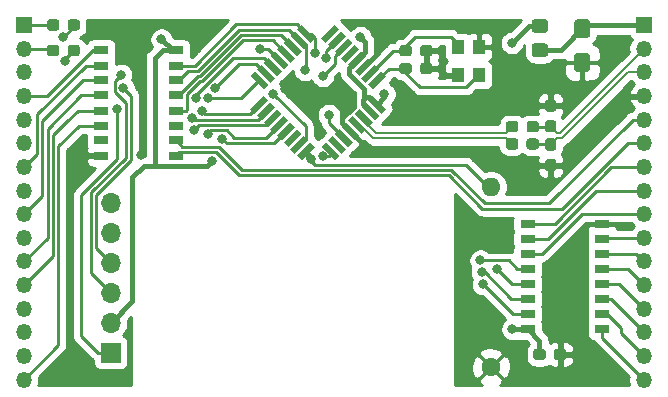
<source format=gbr>
G04 #@! TF.GenerationSoftware,KiCad,Pcbnew,(5.1.6)-1*
G04 #@! TF.CreationDate,2020-11-05T08:21:22+01:00*
G04 #@! TF.ProjectId,repl board,7265706c-2062-46f6-9172-642e6b696361,1.05*
G04 #@! TF.SameCoordinates,PX9bbc2a0PY6b31680*
G04 #@! TF.FileFunction,Copper,L1,Top*
G04 #@! TF.FilePolarity,Positive*
%FSLAX46Y46*%
G04 Gerber Fmt 4.6, Leading zero omitted, Abs format (unit mm)*
G04 Created by KiCad (PCBNEW (5.1.6)-1) date 2020-11-05 08:21:22*
%MOMM*%
%LPD*%
G01*
G04 APERTURE LIST*
G04 #@! TA.AperFunction,SMDPad,CuDef*
%ADD10R,1.100000X1.300000*%
G04 #@! TD*
G04 #@! TA.AperFunction,ComponentPad*
%ADD11O,1.600000X1.600000*%
G04 #@! TD*
G04 #@! TA.AperFunction,ComponentPad*
%ADD12C,1.600000*%
G04 #@! TD*
G04 #@! TA.AperFunction,SMDPad,CuDef*
%ADD13C,0.100000*%
G04 #@! TD*
G04 #@! TA.AperFunction,ComponentPad*
%ADD14O,1.700000X1.700000*%
G04 #@! TD*
G04 #@! TA.AperFunction,ComponentPad*
%ADD15R,1.700000X1.700000*%
G04 #@! TD*
G04 #@! TA.AperFunction,SMDPad,CuDef*
%ADD16R,1.300000X0.800000*%
G04 #@! TD*
G04 #@! TA.AperFunction,ComponentPad*
%ADD17O,1.350000X1.350000*%
G04 #@! TD*
G04 #@! TA.AperFunction,ComponentPad*
%ADD18R,1.350000X1.350000*%
G04 #@! TD*
G04 #@! TA.AperFunction,ViaPad*
%ADD19C,0.609600*%
G04 #@! TD*
G04 #@! TA.AperFunction,ViaPad*
%ADD20C,0.800000*%
G04 #@! TD*
G04 #@! TA.AperFunction,Conductor*
%ADD21C,0.450000*%
G04 #@! TD*
G04 #@! TA.AperFunction,Conductor*
%ADD22C,0.250000*%
G04 #@! TD*
G04 #@! TA.AperFunction,Conductor*
%ADD23C,0.200000*%
G04 #@! TD*
G04 #@! TA.AperFunction,Conductor*
%ADD24C,0.254000*%
G04 #@! TD*
G04 APERTURE END LIST*
D10*
X40048000Y26872000D03*
X40048000Y29272000D03*
X38228000Y29272000D03*
X38228000Y26872000D03*
G04 #@! TA.AperFunction,SMDPad,CuDef*
G36*
G01*
X35043000Y27199500D02*
X35043000Y27674500D01*
G75*
G02*
X35280500Y27912000I237500J0D01*
G01*
X35855500Y27912000D01*
G75*
G02*
X36093000Y27674500I0J-237500D01*
G01*
X36093000Y27199500D01*
G75*
G02*
X35855500Y26962000I-237500J0D01*
G01*
X35280500Y26962000D01*
G75*
G02*
X35043000Y27199500I0J237500D01*
G01*
G37*
G04 #@! TD.AperFunction*
G04 #@! TA.AperFunction,SMDPad,CuDef*
G36*
G01*
X33293000Y27199500D02*
X33293000Y27674500D01*
G75*
G02*
X33530500Y27912000I237500J0D01*
G01*
X34105500Y27912000D01*
G75*
G02*
X34343000Y27674500I0J-237500D01*
G01*
X34343000Y27199500D01*
G75*
G02*
X34105500Y26962000I-237500J0D01*
G01*
X33530500Y26962000D01*
G75*
G02*
X33293000Y27199500I0J237500D01*
G01*
G37*
G04 #@! TD.AperFunction*
D11*
X41043000Y17404000D03*
D12*
X41043000Y2164000D03*
G04 #@! TA.AperFunction,SMDPad,CuDef*
D13*
G36*
X30644380Y24750926D02*
G01*
X31033289Y25139835D01*
X32164660Y24008464D01*
X31775751Y23619555D01*
X30644380Y24750926D01*
G37*
G04 #@! TD.AperFunction*
G04 #@! TA.AperFunction,SMDPad,CuDef*
G36*
X30078694Y24185241D02*
G01*
X30467603Y24574150D01*
X31598974Y23442779D01*
X31210065Y23053870D01*
X30078694Y24185241D01*
G37*
G04 #@! TD.AperFunction*
G04 #@! TA.AperFunction,SMDPad,CuDef*
G36*
X29513009Y23619555D02*
G01*
X29901918Y24008464D01*
X31033289Y22877093D01*
X30644380Y22488184D01*
X29513009Y23619555D01*
G37*
G04 #@! TD.AperFunction*
G04 #@! TA.AperFunction,SMDPad,CuDef*
G36*
X28947324Y23053870D02*
G01*
X29336233Y23442779D01*
X30467604Y22311408D01*
X30078695Y21922499D01*
X28947324Y23053870D01*
G37*
G04 #@! TD.AperFunction*
G04 #@! TA.AperFunction,SMDPad,CuDef*
G36*
X28381638Y22488184D02*
G01*
X28770547Y22877093D01*
X29901918Y21745722D01*
X29513009Y21356813D01*
X28381638Y22488184D01*
G37*
G04 #@! TD.AperFunction*
G04 #@! TA.AperFunction,SMDPad,CuDef*
G36*
X27815953Y21922499D02*
G01*
X28204862Y22311408D01*
X29336233Y21180037D01*
X28947324Y20791128D01*
X27815953Y21922499D01*
G37*
G04 #@! TD.AperFunction*
G04 #@! TA.AperFunction,SMDPad,CuDef*
G36*
X27250267Y21356814D02*
G01*
X27639176Y21745723D01*
X28770547Y20614352D01*
X28381638Y20225443D01*
X27250267Y21356814D01*
G37*
G04 #@! TD.AperFunction*
G04 #@! TA.AperFunction,SMDPad,CuDef*
G36*
X26684582Y20791128D02*
G01*
X27073491Y21180037D01*
X28204862Y20048666D01*
X27815953Y19659757D01*
X26684582Y20791128D01*
G37*
G04 #@! TD.AperFunction*
G04 #@! TA.AperFunction,SMDPad,CuDef*
G36*
X25765343Y21180037D02*
G01*
X26154252Y20791128D01*
X25022881Y19659757D01*
X24633972Y20048666D01*
X25765343Y21180037D01*
G37*
G04 #@! TD.AperFunction*
G04 #@! TA.AperFunction,SMDPad,CuDef*
G36*
X25199658Y21745723D02*
G01*
X25588567Y21356814D01*
X24457196Y20225443D01*
X24068287Y20614352D01*
X25199658Y21745723D01*
G37*
G04 #@! TD.AperFunction*
G04 #@! TA.AperFunction,SMDPad,CuDef*
G36*
X24633972Y22311408D02*
G01*
X25022881Y21922499D01*
X23891510Y20791128D01*
X23502601Y21180037D01*
X24633972Y22311408D01*
G37*
G04 #@! TD.AperFunction*
G04 #@! TA.AperFunction,SMDPad,CuDef*
G36*
X24068287Y22877093D02*
G01*
X24457196Y22488184D01*
X23325825Y21356813D01*
X22936916Y21745722D01*
X24068287Y22877093D01*
G37*
G04 #@! TD.AperFunction*
G04 #@! TA.AperFunction,SMDPad,CuDef*
G36*
X23502601Y23442779D02*
G01*
X23891510Y23053870D01*
X22760139Y21922499D01*
X22371230Y22311408D01*
X23502601Y23442779D01*
G37*
G04 #@! TD.AperFunction*
G04 #@! TA.AperFunction,SMDPad,CuDef*
G36*
X22936916Y24008464D02*
G01*
X23325825Y23619555D01*
X22194454Y22488184D01*
X21805545Y22877093D01*
X22936916Y24008464D01*
G37*
G04 #@! TD.AperFunction*
G04 #@! TA.AperFunction,SMDPad,CuDef*
G36*
X22371231Y24574150D02*
G01*
X22760140Y24185241D01*
X21628769Y23053870D01*
X21239860Y23442779D01*
X22371231Y24574150D01*
G37*
G04 #@! TD.AperFunction*
G04 #@! TA.AperFunction,SMDPad,CuDef*
G36*
X21805545Y25139835D02*
G01*
X22194454Y24750926D01*
X21063083Y23619555D01*
X20674174Y24008464D01*
X21805545Y25139835D01*
G37*
G04 #@! TD.AperFunction*
G04 #@! TA.AperFunction,SMDPad,CuDef*
G36*
X20674174Y26801536D02*
G01*
X21063083Y27190445D01*
X22194454Y26059074D01*
X21805545Y25670165D01*
X20674174Y26801536D01*
G37*
G04 #@! TD.AperFunction*
G04 #@! TA.AperFunction,SMDPad,CuDef*
G36*
X21239860Y27367221D02*
G01*
X21628769Y27756130D01*
X22760140Y26624759D01*
X22371231Y26235850D01*
X21239860Y27367221D01*
G37*
G04 #@! TD.AperFunction*
G04 #@! TA.AperFunction,SMDPad,CuDef*
G36*
X21805545Y27932907D02*
G01*
X22194454Y28321816D01*
X23325825Y27190445D01*
X22936916Y26801536D01*
X21805545Y27932907D01*
G37*
G04 #@! TD.AperFunction*
G04 #@! TA.AperFunction,SMDPad,CuDef*
G36*
X22371230Y28498592D02*
G01*
X22760139Y28887501D01*
X23891510Y27756130D01*
X23502601Y27367221D01*
X22371230Y28498592D01*
G37*
G04 #@! TD.AperFunction*
G04 #@! TA.AperFunction,SMDPad,CuDef*
G36*
X22936916Y29064278D02*
G01*
X23325825Y29453187D01*
X24457196Y28321816D01*
X24068287Y27932907D01*
X22936916Y29064278D01*
G37*
G04 #@! TD.AperFunction*
G04 #@! TA.AperFunction,SMDPad,CuDef*
G36*
X23502601Y29629963D02*
G01*
X23891510Y30018872D01*
X25022881Y28887501D01*
X24633972Y28498592D01*
X23502601Y29629963D01*
G37*
G04 #@! TD.AperFunction*
G04 #@! TA.AperFunction,SMDPad,CuDef*
G36*
X24068287Y30195648D02*
G01*
X24457196Y30584557D01*
X25588567Y29453186D01*
X25199658Y29064277D01*
X24068287Y30195648D01*
G37*
G04 #@! TD.AperFunction*
G04 #@! TA.AperFunction,SMDPad,CuDef*
G36*
X24633972Y30761334D02*
G01*
X25022881Y31150243D01*
X26154252Y30018872D01*
X25765343Y29629963D01*
X24633972Y30761334D01*
G37*
G04 #@! TD.AperFunction*
G04 #@! TA.AperFunction,SMDPad,CuDef*
G36*
X27815953Y31150243D02*
G01*
X28204862Y30761334D01*
X27073491Y29629963D01*
X26684582Y30018872D01*
X27815953Y31150243D01*
G37*
G04 #@! TD.AperFunction*
G04 #@! TA.AperFunction,SMDPad,CuDef*
G36*
X28381638Y30584557D02*
G01*
X28770547Y30195648D01*
X27639176Y29064277D01*
X27250267Y29453186D01*
X28381638Y30584557D01*
G37*
G04 #@! TD.AperFunction*
G04 #@! TA.AperFunction,SMDPad,CuDef*
G36*
X28947324Y30018872D02*
G01*
X29336233Y29629963D01*
X28204862Y28498592D01*
X27815953Y28887501D01*
X28947324Y30018872D01*
G37*
G04 #@! TD.AperFunction*
G04 #@! TA.AperFunction,SMDPad,CuDef*
G36*
X29513009Y29453187D02*
G01*
X29901918Y29064278D01*
X28770547Y27932907D01*
X28381638Y28321816D01*
X29513009Y29453187D01*
G37*
G04 #@! TD.AperFunction*
G04 #@! TA.AperFunction,SMDPad,CuDef*
G36*
X30078695Y28887501D02*
G01*
X30467604Y28498592D01*
X29336233Y27367221D01*
X28947324Y27756130D01*
X30078695Y28887501D01*
G37*
G04 #@! TD.AperFunction*
G04 #@! TA.AperFunction,SMDPad,CuDef*
G36*
X30644380Y28321816D02*
G01*
X31033289Y27932907D01*
X29901918Y26801536D01*
X29513009Y27190445D01*
X30644380Y28321816D01*
G37*
G04 #@! TD.AperFunction*
G04 #@! TA.AperFunction,SMDPad,CuDef*
G36*
X31210065Y27756130D02*
G01*
X31598974Y27367221D01*
X30467603Y26235850D01*
X30078694Y26624759D01*
X31210065Y27756130D01*
G37*
G04 #@! TD.AperFunction*
G04 #@! TA.AperFunction,SMDPad,CuDef*
G36*
X31775751Y27190445D02*
G01*
X32164660Y26801536D01*
X31033289Y25670165D01*
X30644380Y26059074D01*
X31775751Y27190445D01*
G37*
G04 #@! TD.AperFunction*
G04 #@! TA.AperFunction,SMDPad,CuDef*
G36*
G01*
X44060000Y22273500D02*
X44060000Y22748500D01*
G75*
G02*
X44297500Y22986000I237500J0D01*
G01*
X44872500Y22986000D01*
G75*
G02*
X45110000Y22748500I0J-237500D01*
G01*
X45110000Y22273500D01*
G75*
G02*
X44872500Y22036000I-237500J0D01*
G01*
X44297500Y22036000D01*
G75*
G02*
X44060000Y22273500I0J237500D01*
G01*
G37*
G04 #@! TD.AperFunction*
G04 #@! TA.AperFunction,SMDPad,CuDef*
G36*
G01*
X42310000Y22273500D02*
X42310000Y22748500D01*
G75*
G02*
X42547500Y22986000I237500J0D01*
G01*
X43122500Y22986000D01*
G75*
G02*
X43360000Y22748500I0J-237500D01*
G01*
X43360000Y22273500D01*
G75*
G02*
X43122500Y22036000I-237500J0D01*
G01*
X42547500Y22036000D01*
G75*
G02*
X42310000Y22273500I0J237500D01*
G01*
G37*
G04 #@! TD.AperFunction*
D14*
X8861200Y16083200D03*
X8861200Y13543200D03*
X8861200Y11003200D03*
X8861200Y8463200D03*
X8861200Y5923200D03*
D15*
X8861200Y3383200D03*
G04 #@! TA.AperFunction,SMDPad,CuDef*
G36*
G01*
X35043000Y28702500D02*
X35043000Y29177500D01*
G75*
G02*
X35280500Y29415000I237500J0D01*
G01*
X35855500Y29415000D01*
G75*
G02*
X36093000Y29177500I0J-237500D01*
G01*
X36093000Y28702500D01*
G75*
G02*
X35855500Y28465000I-237500J0D01*
G01*
X35280500Y28465000D01*
G75*
G02*
X35043000Y28702500I0J237500D01*
G01*
G37*
G04 #@! TD.AperFunction*
G04 #@! TA.AperFunction,SMDPad,CuDef*
G36*
G01*
X33293000Y28702500D02*
X33293000Y29177500D01*
G75*
G02*
X33530500Y29415000I237500J0D01*
G01*
X34105500Y29415000D01*
G75*
G02*
X34343000Y29177500I0J-237500D01*
G01*
X34343000Y28702500D01*
G75*
G02*
X34105500Y28465000I-237500J0D01*
G01*
X33530500Y28465000D01*
G75*
G02*
X33293000Y28702500I0J237500D01*
G01*
G37*
G04 #@! TD.AperFunction*
G04 #@! TA.AperFunction,SMDPad,CuDef*
G36*
G01*
X45857500Y23071000D02*
X46332500Y23071000D01*
G75*
G02*
X46570000Y22833500I0J-237500D01*
G01*
X46570000Y22258500D01*
G75*
G02*
X46332500Y22021000I-237500J0D01*
G01*
X45857500Y22021000D01*
G75*
G02*
X45620000Y22258500I0J237500D01*
G01*
X45620000Y22833500D01*
G75*
G02*
X45857500Y23071000I237500J0D01*
G01*
G37*
G04 #@! TD.AperFunction*
G04 #@! TA.AperFunction,SMDPad,CuDef*
G36*
G01*
X45857500Y24821000D02*
X46332500Y24821000D01*
G75*
G02*
X46570000Y24583500I0J-237500D01*
G01*
X46570000Y24008500D01*
G75*
G02*
X46332500Y23771000I-237500J0D01*
G01*
X45857500Y23771000D01*
G75*
G02*
X45620000Y24008500I0J237500D01*
G01*
X45620000Y24583500D01*
G75*
G02*
X45857500Y24821000I237500J0D01*
G01*
G37*
G04 #@! TD.AperFunction*
G04 #@! TA.AperFunction,SMDPad,CuDef*
G36*
G01*
X46332500Y20471000D02*
X45857500Y20471000D01*
G75*
G02*
X45620000Y20708500I0J237500D01*
G01*
X45620000Y21283500D01*
G75*
G02*
X45857500Y21521000I237500J0D01*
G01*
X46332500Y21521000D01*
G75*
G02*
X46570000Y21283500I0J-237500D01*
G01*
X46570000Y20708500D01*
G75*
G02*
X46332500Y20471000I-237500J0D01*
G01*
G37*
G04 #@! TD.AperFunction*
G04 #@! TA.AperFunction,SMDPad,CuDef*
G36*
G01*
X46332500Y18721000D02*
X45857500Y18721000D01*
G75*
G02*
X45620000Y18958500I0J237500D01*
G01*
X45620000Y19533500D01*
G75*
G02*
X45857500Y19771000I237500J0D01*
G01*
X46332500Y19771000D01*
G75*
G02*
X46570000Y19533500I0J-237500D01*
G01*
X46570000Y18958500D01*
G75*
G02*
X46332500Y18721000I-237500J0D01*
G01*
G37*
G04 #@! TD.AperFunction*
G04 #@! TA.AperFunction,SMDPad,CuDef*
G36*
G01*
X43355000Y21278500D02*
X43355000Y20803500D01*
G75*
G02*
X43117500Y20566000I-237500J0D01*
G01*
X42542500Y20566000D01*
G75*
G02*
X42305000Y20803500I0J237500D01*
G01*
X42305000Y21278500D01*
G75*
G02*
X42542500Y21516000I237500J0D01*
G01*
X43117500Y21516000D01*
G75*
G02*
X43355000Y21278500I0J-237500D01*
G01*
G37*
G04 #@! TD.AperFunction*
G04 #@! TA.AperFunction,SMDPad,CuDef*
G36*
G01*
X45105000Y21278500D02*
X45105000Y20803500D01*
G75*
G02*
X44867500Y20566000I-237500J0D01*
G01*
X44292500Y20566000D01*
G75*
G02*
X44055000Y20803500I0J237500D01*
G01*
X44055000Y21278500D01*
G75*
G02*
X44292500Y21516000I237500J0D01*
G01*
X44867500Y21516000D01*
G75*
G02*
X45105000Y21278500I0J-237500D01*
G01*
G37*
G04 #@! TD.AperFunction*
G04 #@! TA.AperFunction,SMDPad,CuDef*
G36*
G01*
X48344750Y28730000D02*
X49195250Y28730000D01*
G75*
G02*
X49445000Y28480250I0J-249750D01*
G01*
X49445000Y27404750D01*
G75*
G02*
X49195250Y27155000I-249750J0D01*
G01*
X48344750Y27155000D01*
G75*
G02*
X48095000Y27404750I0J249750D01*
G01*
X48095000Y28480250D01*
G75*
G02*
X48344750Y28730000I249750J0D01*
G01*
G37*
G04 #@! TD.AperFunction*
G04 #@! TA.AperFunction,SMDPad,CuDef*
G36*
G01*
X48344999Y31605000D02*
X49195001Y31605000D01*
G75*
G02*
X49445000Y31355001I0J-249999D01*
G01*
X49445000Y30279999D01*
G75*
G02*
X49195001Y30030000I-249999J0D01*
G01*
X48344999Y30030000D01*
G75*
G02*
X48095000Y30279999I0J249999D01*
G01*
X48095000Y31355001D01*
G75*
G02*
X48344999Y31605000I249999J0D01*
G01*
G37*
G04 #@! TD.AperFunction*
D16*
X44150000Y5375000D03*
X44150000Y6655000D03*
X44150000Y7915000D03*
X44150000Y9185000D03*
X44150000Y10465000D03*
X44150000Y11735000D03*
X44150000Y12995000D03*
X44150000Y14275000D03*
X50450000Y14275000D03*
X50450000Y12995000D03*
X50450000Y11735000D03*
X50450000Y10465000D03*
X50450000Y9185000D03*
X50450000Y7915000D03*
X50450000Y6655000D03*
X50450000Y5375000D03*
X14348000Y28966000D03*
X14348000Y27686000D03*
X14348000Y26426000D03*
X14348000Y25156000D03*
X14348000Y23876000D03*
X14348000Y22606000D03*
X14348000Y21346000D03*
X14348000Y20066000D03*
X8048000Y20066000D03*
X8048000Y21346000D03*
X8048000Y22606000D03*
X8048000Y23876000D03*
X8048000Y25156000D03*
X8048000Y26426000D03*
X8048000Y27686000D03*
X8048000Y28966000D03*
D17*
X1500000Y1100000D03*
X1500000Y3100000D03*
X1500000Y5100000D03*
X1500000Y7100000D03*
X1500000Y9100000D03*
X1500000Y11100000D03*
X1500000Y13100000D03*
X1500000Y15100000D03*
X1500000Y17100000D03*
X1500000Y19100000D03*
X1500000Y21100000D03*
X1500000Y23100000D03*
X1500000Y25100000D03*
X1500000Y27100000D03*
X1500000Y29100000D03*
D18*
X1500000Y31100000D03*
D17*
X54000000Y1100000D03*
X54000000Y3100000D03*
X54000000Y5100000D03*
X54000000Y7100000D03*
X54000000Y9100000D03*
X54000000Y11100000D03*
X54000000Y13100000D03*
X54000000Y15100000D03*
X54000000Y17100000D03*
X54000000Y19100000D03*
X54000000Y21100000D03*
X54000000Y23100000D03*
X54000000Y25100000D03*
X54000000Y27100000D03*
X54000000Y29100000D03*
D18*
X54000000Y31100000D03*
G04 #@! TA.AperFunction,SMDPad,CuDef*
G36*
G01*
X5198000Y30882500D02*
X5198000Y31357500D01*
G75*
G02*
X5435500Y31595000I237500J0D01*
G01*
X6010500Y31595000D01*
G75*
G02*
X6248000Y31357500I0J-237500D01*
G01*
X6248000Y30882500D01*
G75*
G02*
X6010500Y30645000I-237500J0D01*
G01*
X5435500Y30645000D01*
G75*
G02*
X5198000Y30882500I0J237500D01*
G01*
G37*
G04 #@! TD.AperFunction*
G04 #@! TA.AperFunction,SMDPad,CuDef*
G36*
G01*
X3448000Y30882500D02*
X3448000Y31357500D01*
G75*
G02*
X3685500Y31595000I237500J0D01*
G01*
X4260500Y31595000D01*
G75*
G02*
X4498000Y31357500I0J-237500D01*
G01*
X4498000Y30882500D01*
G75*
G02*
X4260500Y30645000I-237500J0D01*
G01*
X3685500Y30645000D01*
G75*
G02*
X3448000Y30882500I0J237500D01*
G01*
G37*
G04 #@! TD.AperFunction*
G04 #@! TA.AperFunction,SMDPad,CuDef*
G36*
G01*
X4498000Y29198500D02*
X4498000Y28723500D01*
G75*
G02*
X4260500Y28486000I-237500J0D01*
G01*
X3685500Y28486000D01*
G75*
G02*
X3448000Y28723500I0J237500D01*
G01*
X3448000Y29198500D01*
G75*
G02*
X3685500Y29436000I237500J0D01*
G01*
X4260500Y29436000D01*
G75*
G02*
X4498000Y29198500I0J-237500D01*
G01*
G37*
G04 #@! TD.AperFunction*
G04 #@! TA.AperFunction,SMDPad,CuDef*
G36*
G01*
X6248000Y29198500D02*
X6248000Y28723500D01*
G75*
G02*
X6010500Y28486000I-237500J0D01*
G01*
X5435500Y28486000D01*
G75*
G02*
X5198000Y28723500I0J237500D01*
G01*
X5198000Y29198500D01*
G75*
G02*
X5435500Y29436000I237500J0D01*
G01*
X6010500Y29436000D01*
G75*
G02*
X6248000Y29198500I0J-237500D01*
G01*
G37*
G04 #@! TD.AperFunction*
G04 #@! TA.AperFunction,SMDPad,CuDef*
G36*
G01*
X44739999Y29560000D02*
X45640001Y29560000D01*
G75*
G02*
X45890000Y29310001I0J-249999D01*
G01*
X45890000Y28659999D01*
G75*
G02*
X45640001Y28410000I-249999J0D01*
G01*
X44739999Y28410000D01*
G75*
G02*
X44490000Y28659999I0J249999D01*
G01*
X44490000Y29310001D01*
G75*
G02*
X44739999Y29560000I249999J0D01*
G01*
G37*
G04 #@! TD.AperFunction*
G04 #@! TA.AperFunction,SMDPad,CuDef*
G36*
G01*
X44739999Y31610000D02*
X45640001Y31610000D01*
G75*
G02*
X45890000Y31360001I0J-249999D01*
G01*
X45890000Y30709999D01*
G75*
G02*
X45640001Y30460000I-249999J0D01*
G01*
X44739999Y30460000D01*
G75*
G02*
X44490000Y30709999I0J249999D01*
G01*
X44490000Y31360001D01*
G75*
G02*
X44739999Y31610000I249999J0D01*
G01*
G37*
G04 #@! TD.AperFunction*
G04 #@! TA.AperFunction,SMDPad,CuDef*
G36*
G01*
X46375000Y2987500D02*
X46375000Y3462500D01*
G75*
G02*
X46612500Y3700000I237500J0D01*
G01*
X47187500Y3700000D01*
G75*
G02*
X47425000Y3462500I0J-237500D01*
G01*
X47425000Y2987500D01*
G75*
G02*
X47187500Y2750000I-237500J0D01*
G01*
X46612500Y2750000D01*
G75*
G02*
X46375000Y2987500I0J237500D01*
G01*
G37*
G04 #@! TD.AperFunction*
G04 #@! TA.AperFunction,SMDPad,CuDef*
G36*
G01*
X44625000Y2987500D02*
X44625000Y3462500D01*
G75*
G02*
X44862500Y3700000I237500J0D01*
G01*
X45437500Y3700000D01*
G75*
G02*
X45675000Y3462500I0J-237500D01*
G01*
X45675000Y2987500D01*
G75*
G02*
X45437500Y2750000I-237500J0D01*
G01*
X44862500Y2750000D01*
G75*
G02*
X44625000Y2987500I0J237500D01*
G01*
G37*
G04 #@! TD.AperFunction*
D19*
X51294000Y28107000D03*
X47738000Y24424000D03*
X49643000Y26202000D03*
X52056000Y25059000D03*
X50532000Y23535000D03*
X48627000Y21630000D03*
X47611000Y19725000D03*
X44436000Y19344000D03*
X44436000Y24043000D03*
X41261000Y23154000D03*
X41261000Y20487000D03*
X38594000Y23154000D03*
X38594000Y20487000D03*
X35800000Y20487000D03*
X35800000Y23154000D03*
X33006000Y23154000D03*
X30339000Y20868000D03*
X32879000Y20487000D03*
D20*
X5220000Y2030000D03*
X29060000Y31240000D03*
D19*
X52310000Y29250000D03*
D20*
X36979000Y28072000D03*
X14500000Y31120000D03*
X6626000Y18801000D03*
X23644000Y25659000D03*
X11452000Y20071000D03*
X16151000Y29088000D03*
X13150000Y29900000D03*
X42857004Y5375000D03*
X32026000Y25278000D03*
X42821020Y29596000D03*
X29994000Y30104000D03*
X17421000Y19576010D03*
X27327000Y23500000D03*
X40356204Y9185120D03*
X26152979Y28717899D03*
X40266429Y10181095D03*
X25295000Y27310000D03*
X41551000Y10455990D03*
X26819000Y26802000D03*
X40154000Y11181000D03*
X27073000Y28326000D03*
X18310000Y21468000D03*
X17108480Y21920207D03*
X15914842Y22242795D03*
X15767128Y23231837D03*
X9387979Y23980707D03*
X16575719Y23820229D03*
X16052244Y24918747D03*
X9928000Y25786000D03*
X17052014Y24896736D03*
X9718000Y26896979D03*
X17683037Y25779073D03*
X4975000Y28072000D03*
X26805417Y20014029D03*
X22628000Y25278000D03*
X4847988Y30104000D03*
X21485000Y29088000D03*
X25828021Y19802600D03*
D21*
X31498718Y28787245D02*
X30273149Y27561676D01*
X31498718Y28941282D02*
X31498718Y28787245D01*
X28472314Y23250627D02*
X29415437Y24193750D01*
X29415437Y24193750D02*
X29415437Y25364705D01*
X29141778Y22116953D02*
X28472314Y22786417D01*
X28472314Y22786417D02*
X28472314Y23250627D01*
X29141778Y22116953D02*
X30806731Y20452000D01*
X30806731Y20452000D02*
X32788000Y20452000D01*
D22*
X32404215Y27430000D02*
X33465000Y27430000D01*
X31404520Y26430305D02*
X32404215Y27430000D01*
X38952800Y25836800D02*
X39988000Y26872000D01*
X39988000Y26872000D02*
X40048000Y26872000D01*
X33465000Y27430000D02*
X35058200Y25836800D01*
X35058200Y25836800D02*
X38952800Y25836800D01*
X34647000Y30122000D02*
X33465000Y28940000D01*
X32782844Y28940000D02*
X30838834Y26995990D01*
X33465000Y28940000D02*
X32782844Y28940000D01*
X38228000Y29526000D02*
X37632000Y30122000D01*
X38228000Y29272000D02*
X38228000Y29526000D01*
X37632000Y30122000D02*
X34647000Y30122000D01*
D21*
X45150000Y4375000D02*
X44150000Y5375000D01*
X45150000Y3225000D02*
X45150000Y4375000D01*
X13100000Y29950000D02*
X13150000Y29900000D01*
X14084000Y28966000D02*
X13150000Y29900000D01*
X14348000Y28966000D02*
X14084000Y28966000D01*
X13248000Y28966000D02*
X12595000Y28313000D01*
X14348000Y28966000D02*
X13248000Y28966000D01*
X12595000Y28313000D02*
X12595000Y19182000D01*
X44150000Y5375000D02*
X42857004Y5375000D01*
X31404520Y24379695D02*
X31400305Y24379695D01*
X31400305Y24379695D02*
X30756000Y25024000D01*
X30756000Y25024000D02*
X30502000Y25024000D01*
X30502000Y25024000D02*
X30248000Y24770000D01*
X30248000Y24404844D02*
X30838834Y23814010D01*
X30248000Y24770000D02*
X30248000Y24404844D01*
X32026000Y25001175D02*
X31404520Y24379695D01*
X32026000Y25278000D02*
X32026000Y25001175D01*
X30290439Y25741248D02*
X30290439Y24812439D01*
X29037999Y26993688D02*
X30290439Y25741248D01*
X30290439Y24812439D02*
X30248000Y24770000D01*
X29707464Y28127361D02*
X29037999Y27457896D01*
X29037999Y27457896D02*
X29037999Y26993688D01*
X45190000Y31035000D02*
X44260020Y31035000D01*
X44260020Y31035000D02*
X42821020Y29596000D01*
X30393999Y29704001D02*
X29994000Y30104000D01*
X29707464Y28127361D02*
X30393999Y28813896D01*
X30393999Y28813896D02*
X30393999Y29704001D01*
X17021001Y19176011D02*
X17421000Y19576010D01*
X12600989Y19176011D02*
X17021001Y19176011D01*
X12595000Y19182000D02*
X12600989Y19176011D01*
X10686212Y18234332D02*
X10686212Y7748212D01*
X10686212Y7748212D02*
X8861200Y5923200D01*
X12595000Y19182000D02*
X11633880Y19182000D01*
X11633880Y19182000D02*
X10686212Y18234332D01*
D22*
X27327000Y22800361D02*
X27327000Y23500000D01*
X28576093Y21551268D02*
X27327000Y22800361D01*
D21*
X46937500Y28985000D02*
X49040000Y31087500D01*
X45190000Y28985000D02*
X46937500Y28985000D01*
X49040000Y31087500D02*
X53987500Y31087500D01*
X53987500Y31087500D02*
X54000000Y31100000D01*
D22*
X44150000Y6655000D02*
X42886324Y6655000D01*
X42886324Y6655000D02*
X40356204Y9185120D01*
X25783021Y30390103D02*
X26152979Y30020145D01*
X26152979Y30020145D02*
X26152979Y28717899D01*
X25394112Y30390103D02*
X25783021Y30390103D01*
X24621180Y31163035D02*
X25394112Y30390103D01*
X16019000Y27686000D02*
X19496035Y31163035D01*
X14348000Y27686000D02*
X16019000Y27686000D01*
X19496035Y31163035D02*
X24621180Y31163035D01*
X40518911Y10181095D02*
X40266429Y10181095D01*
X42785006Y7915000D02*
X40518911Y10181095D01*
X44150000Y7915000D02*
X42785006Y7915000D01*
X25347891Y27362891D02*
X25295000Y27310000D01*
X24828427Y29824417D02*
X25347891Y29304953D01*
X25347891Y29304953D02*
X25347891Y27362891D01*
X23939820Y30713024D02*
X19682434Y30713024D01*
X16205400Y27235989D02*
X15407989Y27235989D01*
X15407989Y27235989D02*
X14598000Y26426000D01*
X19682434Y30713024D02*
X16205400Y27235989D01*
X24828427Y29824417D02*
X23939820Y30713024D01*
X14598000Y26426000D02*
X14348000Y26426000D01*
X44150000Y9185000D02*
X42821990Y9185000D01*
X42821990Y9185000D02*
X41551000Y10455990D01*
X27853999Y27836999D02*
X26819000Y26802000D01*
X27853999Y28536638D02*
X27853999Y27836999D01*
X28576093Y29258732D02*
X27853999Y28536638D01*
X44150000Y10465000D02*
X43250000Y10465000D01*
X43250000Y10465000D02*
X42534000Y11181000D01*
X42534000Y11181000D02*
X40154000Y11181000D01*
X27073000Y28887010D02*
X27073000Y28326000D01*
X28010407Y29824417D02*
X27073000Y28887010D01*
X45385000Y11735000D02*
X44150000Y11735000D01*
X54000000Y15100000D02*
X48750000Y15100000D01*
X48750000Y15100000D02*
X45385000Y11735000D01*
X45855000Y12995000D02*
X44150000Y12995000D01*
X54000000Y17100000D02*
X49960000Y17100000D01*
X49960000Y17100000D02*
X45855000Y12995000D01*
X54000000Y19100000D02*
X51250821Y19100000D01*
X46425821Y14275000D02*
X44150000Y14275000D01*
X51250821Y19100000D02*
X46425821Y14275000D01*
X50555000Y13100000D02*
X54000000Y13100000D01*
X50450000Y12995000D02*
X50555000Y13100000D01*
X53365000Y11735000D02*
X54000000Y11100000D01*
X50450000Y11735000D02*
X53365000Y11735000D01*
X52635000Y10465000D02*
X54000000Y9100000D01*
X50450000Y10465000D02*
X52635000Y10465000D01*
X51915000Y9185000D02*
X54000000Y7100000D01*
X50450000Y9185000D02*
X51915000Y9185000D01*
X51185000Y7915000D02*
X54000000Y5100000D01*
X50450000Y7915000D02*
X51185000Y7915000D01*
X52060000Y5040000D02*
X54000000Y3100000D01*
X52060000Y5470000D02*
X52060000Y5040000D01*
X50450000Y6655000D02*
X50875000Y6655000D01*
X50875000Y6655000D02*
X52060000Y5470000D01*
X50450000Y4650000D02*
X54000000Y1100000D01*
X50450000Y5375000D02*
X50450000Y4650000D01*
X19868834Y30263013D02*
X16391800Y26785978D01*
X23258460Y30263013D02*
X19868834Y30263013D01*
X14598000Y25156000D02*
X14348000Y25156000D01*
X16227978Y26785978D02*
X14598000Y25156000D01*
X16391800Y26785978D02*
X16227978Y26785978D01*
X24262741Y29258732D02*
X23258460Y30263013D01*
X22577101Y29813002D02*
X23697056Y28693047D01*
X15323001Y25244411D02*
X16414557Y26335967D01*
X20055234Y29813002D02*
X22577101Y29813002D01*
X16414557Y26335967D02*
X16578200Y26335967D01*
X15248000Y23876000D02*
X15323001Y23951001D01*
X15323001Y23951001D02*
X15323001Y25244411D01*
X14348000Y23876000D02*
X15248000Y23876000D01*
X16578200Y26335967D02*
X20055234Y29813002D01*
X17979401Y20801022D02*
X19941402Y18839021D01*
X37691378Y18839021D02*
X40505400Y16024999D01*
X45970405Y16024999D02*
X53045406Y23100000D01*
X40505400Y16024999D02*
X45970405Y16024999D01*
X19941402Y18839021D02*
X37691378Y18839021D01*
X14348000Y21346000D02*
X14892978Y20801022D01*
X53045406Y23100000D02*
X54000000Y23100000D01*
X14892978Y20801022D02*
X17979401Y20801022D01*
X54000000Y21100000D02*
X52614410Y21100000D01*
X37504978Y18389010D02*
X19755002Y18389010D01*
X47089399Y15574988D02*
X40319000Y15574988D01*
X14633011Y20351011D02*
X14348000Y20066000D01*
X17793001Y20351011D02*
X14633011Y20351011D01*
X40319000Y15574988D02*
X37504978Y18389010D01*
X52614410Y21100000D02*
X47089399Y15574988D01*
X19755002Y18389010D02*
X17793001Y20351011D01*
X4425044Y4025044D02*
X1500000Y1100000D01*
X4425044Y20865044D02*
X4425044Y4025044D01*
X8048000Y22606000D02*
X6166000Y22606000D01*
X6166000Y22606000D02*
X4425044Y20865044D01*
X3975033Y11575033D02*
X1500000Y9100000D01*
X3975033Y21810033D02*
X3975033Y11575033D01*
X5215000Y23050000D02*
X5129500Y22964500D01*
X5129500Y22964500D02*
X3975033Y21810033D01*
X6041000Y23876000D02*
X5129500Y22964500D01*
X8048000Y23876000D02*
X6041000Y23876000D01*
X3525022Y13125022D02*
X1500000Y11100000D01*
X3525022Y22304022D02*
X3525022Y13125022D01*
X8048000Y25156000D02*
X6377000Y25156000D01*
X6377000Y25156000D02*
X3525022Y22304022D01*
X3075011Y22994190D02*
X3075011Y16675011D01*
X8048000Y26426000D02*
X6506821Y26426000D01*
X3075011Y16675011D02*
X1500000Y15100000D01*
X6506821Y26426000D02*
X3075011Y22994190D01*
X2625000Y20225000D02*
X1500000Y19100000D01*
X8048000Y27686000D02*
X6749411Y27686000D01*
X2625000Y23561590D02*
X2625000Y20225000D01*
X6749411Y27686000D02*
X2625000Y23561590D01*
X3480509Y25100000D02*
X1500000Y25100000D01*
X8048000Y28966000D02*
X7346509Y28966000D01*
X7346509Y28966000D02*
X3480509Y25100000D01*
D23*
X46896000Y21996000D02*
X54000000Y29100000D01*
X46645000Y21996000D02*
X46896000Y21996000D01*
X46095000Y22546000D02*
X46645000Y21996000D01*
D22*
X46060000Y22511000D02*
X46095000Y22546000D01*
X44585000Y22511000D02*
X46060000Y22511000D01*
D23*
X46645000Y21546000D02*
X47082397Y21546000D01*
X47082397Y21546000D02*
X52636397Y27100000D01*
X46095000Y20996000D02*
X46645000Y21546000D01*
X52636397Y27100000D02*
X54000000Y27100000D01*
D22*
X46050000Y21041000D02*
X46095000Y20996000D01*
X44580000Y21041000D02*
X46050000Y21041000D01*
X22691126Y21111023D02*
X18666977Y21111023D01*
X23697056Y22116953D02*
X22691126Y21111023D01*
X18666977Y21111023D02*
X18310000Y21468000D01*
X18658001Y22193001D02*
X17381274Y22193001D01*
X19275623Y21575379D02*
X18658001Y22193001D01*
X22024110Y21575379D02*
X19275623Y21575379D01*
X17381274Y22193001D02*
X17108480Y21920207D01*
X23131370Y22682639D02*
X22024110Y21575379D01*
X16317264Y22645217D02*
X15914842Y22242795D01*
X22565685Y23248324D02*
X21962578Y22645217D01*
X21962578Y22645217D02*
X16317264Y22645217D01*
X21281218Y23095228D02*
X15903737Y23095228D01*
X15903737Y23095228D02*
X15767128Y23231837D01*
X22000000Y23814010D02*
X21281218Y23095228D01*
X8861200Y3383200D02*
X7761200Y3383200D01*
X6360978Y16760798D02*
X9387979Y19787799D01*
X9387979Y19787799D02*
X9387979Y23980707D01*
X7761200Y3383200D02*
X6360978Y4783422D01*
X6360978Y4783422D02*
X6360978Y16760798D01*
X16795546Y23600402D02*
X16575719Y23820229D01*
X21434314Y24379695D02*
X20655021Y23600402D01*
X20655021Y23600402D02*
X16795546Y23600402D01*
X22565685Y27561676D02*
X21801361Y28326000D01*
X21801361Y28326000D02*
X19204643Y28326000D01*
X16052244Y25173601D02*
X16052244Y24918747D01*
X19204643Y28326000D02*
X16052244Y25173601D01*
X7636199Y12228201D02*
X7636199Y16763199D01*
X8861200Y11003200D02*
X7636199Y12228201D01*
X10581999Y19708999D02*
X10581999Y25132001D01*
X7636199Y16763199D02*
X10581999Y19708999D01*
X10581999Y25132001D02*
X9928000Y25786000D01*
X21434314Y26430305D02*
X19900745Y24896736D01*
X19900745Y24896736D02*
X17052014Y24896736D01*
X9202999Y26381978D02*
X9718000Y26896979D01*
X10112989Y24528009D02*
X9202999Y25437999D01*
X7186188Y16949598D02*
X10112989Y19876399D01*
X10112989Y19876399D02*
X10112989Y24528009D01*
X9202999Y25437999D02*
X9202999Y26381978D01*
X7186188Y10138212D02*
X7186188Y16949598D01*
X8861200Y8463200D02*
X7186188Y10138212D01*
X22000000Y26995990D02*
X21177990Y27818000D01*
X19721964Y27818000D02*
X17683037Y25779073D01*
X21177990Y27818000D02*
X19721964Y27818000D01*
X3961000Y29100000D02*
X3973000Y29088000D01*
X1500000Y29100000D02*
X3961000Y29100000D01*
X1520000Y31120000D02*
X1500000Y31100000D01*
X3973000Y31120000D02*
X1520000Y31120000D01*
D23*
X29707464Y22682639D02*
X29954950Y22682639D01*
X31089089Y21548500D02*
X42322500Y21548500D01*
X29954950Y22682639D02*
X31089089Y21548500D01*
X42322500Y21548500D02*
X42830000Y21041000D01*
X42322500Y21998500D02*
X42835000Y22511000D01*
X30273149Y23000838D02*
X31275487Y21998500D01*
X31275487Y21998500D02*
X42322500Y21998500D01*
X30273149Y23248324D02*
X30273149Y23000838D01*
D22*
X4975000Y28213000D02*
X5723000Y28961000D01*
X4975000Y28072000D02*
X4975000Y28213000D01*
X27444722Y20038897D02*
X26830285Y20038897D01*
X26830285Y20038897D02*
X26805417Y20014029D01*
X25347891Y21505047D02*
X25347891Y22558109D01*
X24828427Y20985583D02*
X25347891Y21505047D01*
X25347891Y22558109D02*
X22628000Y25278000D01*
X5723000Y31120000D02*
X5723000Y30979012D01*
X5723000Y30979012D02*
X4847988Y30104000D01*
X22170731Y29088000D02*
X21485000Y29088000D01*
X23131370Y28127361D02*
X22170731Y29088000D01*
X25394112Y20038897D02*
X25394112Y20419897D01*
X25394112Y20419897D02*
X25828021Y19985988D01*
X41043000Y17150000D02*
X38903973Y19289027D01*
X26136073Y19289027D02*
X25394112Y20030988D01*
X25828021Y19985988D02*
X25828021Y19802600D01*
X38903973Y19289027D02*
X26136073Y19289027D01*
X25394112Y20030988D02*
X25394112Y20419897D01*
D24*
G36*
X6759928Y21746000D02*
G01*
X6759928Y20946000D01*
X6772188Y20821518D01*
X6807230Y20706000D01*
X6772188Y20590482D01*
X6759928Y20466000D01*
X6763000Y20351750D01*
X6921750Y20193000D01*
X7921000Y20193000D01*
X7921000Y20213000D01*
X8175000Y20213000D01*
X8175000Y20193000D01*
X8195000Y20193000D01*
X8195000Y19939000D01*
X8175000Y19939000D01*
X8175000Y19919000D01*
X7921000Y19919000D01*
X7921000Y19939000D01*
X6921750Y19939000D01*
X6763000Y19780250D01*
X6759928Y19666000D01*
X6772188Y19541518D01*
X6808498Y19421820D01*
X6867463Y19311506D01*
X6946815Y19214815D01*
X7043506Y19135463D01*
X7153820Y19076498D01*
X7273518Y19040188D01*
X7398000Y19027928D01*
X7554627Y19029249D01*
X5849976Y17324597D01*
X5820978Y17300799D01*
X5797180Y17271801D01*
X5797179Y17271800D01*
X5726004Y17185074D01*
X5655432Y17053044D01*
X5639650Y17001015D01*
X5611976Y16909784D01*
X5600979Y16798131D01*
X5597302Y16760798D01*
X5600979Y16723466D01*
X5600978Y4820744D01*
X5597302Y4783422D01*
X5600978Y4746100D01*
X5600978Y4746090D01*
X5611975Y4634437D01*
X5645531Y4523815D01*
X5655432Y4491176D01*
X5726004Y4359146D01*
X5760355Y4317290D01*
X5820977Y4243421D01*
X5849981Y4219618D01*
X7197401Y2872197D01*
X7221199Y2843199D01*
X7250197Y2819401D01*
X7336923Y2748226D01*
X7373128Y2728874D01*
X7373128Y2533200D01*
X7385388Y2408718D01*
X7421698Y2289020D01*
X7480663Y2178706D01*
X7560015Y2082015D01*
X7656706Y2002663D01*
X7767020Y1943698D01*
X7886718Y1907388D01*
X8011200Y1895128D01*
X9711200Y1895128D01*
X9835682Y1907388D01*
X9955380Y1943698D01*
X10065694Y2002663D01*
X10162385Y2082015D01*
X10241737Y2178706D01*
X10300702Y2289020D01*
X10337012Y2408718D01*
X10349272Y2533200D01*
X10349272Y4233200D01*
X10337012Y4357682D01*
X10300702Y4477380D01*
X10241737Y4587694D01*
X10162385Y4684385D01*
X10065694Y4763737D01*
X9955380Y4822702D01*
X9882820Y4844713D01*
X10014675Y4976568D01*
X10177190Y5219789D01*
X10289132Y5490042D01*
X10346200Y5776940D01*
X10346200Y6069460D01*
X10325873Y6171650D01*
X10538001Y6383777D01*
X10538001Y660000D01*
X2735680Y660000D01*
X2759658Y717887D01*
X2810000Y970976D01*
X2810000Y1229024D01*
X2792385Y1317583D01*
X4936047Y3461245D01*
X4965045Y3485043D01*
X4991376Y3517127D01*
X5060018Y3600767D01*
X5130590Y3732797D01*
X5153243Y3807476D01*
X5174047Y3876058D01*
X5185044Y3987711D01*
X5185044Y3987721D01*
X5188720Y4025044D01*
X5185044Y4062367D01*
X5185044Y20550243D01*
X6480802Y21846000D01*
X6769777Y21846000D01*
X6759928Y21746000D01*
G37*
X6759928Y21746000D02*
X6759928Y20946000D01*
X6772188Y20821518D01*
X6807230Y20706000D01*
X6772188Y20590482D01*
X6759928Y20466000D01*
X6763000Y20351750D01*
X6921750Y20193000D01*
X7921000Y20193000D01*
X7921000Y20213000D01*
X8175000Y20213000D01*
X8175000Y20193000D01*
X8195000Y20193000D01*
X8195000Y19939000D01*
X8175000Y19939000D01*
X8175000Y19919000D01*
X7921000Y19919000D01*
X7921000Y19939000D01*
X6921750Y19939000D01*
X6763000Y19780250D01*
X6759928Y19666000D01*
X6772188Y19541518D01*
X6808498Y19421820D01*
X6867463Y19311506D01*
X6946815Y19214815D01*
X7043506Y19135463D01*
X7153820Y19076498D01*
X7273518Y19040188D01*
X7398000Y19027928D01*
X7554627Y19029249D01*
X5849976Y17324597D01*
X5820978Y17300799D01*
X5797180Y17271801D01*
X5797179Y17271800D01*
X5726004Y17185074D01*
X5655432Y17053044D01*
X5639650Y17001015D01*
X5611976Y16909784D01*
X5600979Y16798131D01*
X5597302Y16760798D01*
X5600979Y16723466D01*
X5600978Y4820744D01*
X5597302Y4783422D01*
X5600978Y4746100D01*
X5600978Y4746090D01*
X5611975Y4634437D01*
X5645531Y4523815D01*
X5655432Y4491176D01*
X5726004Y4359146D01*
X5760355Y4317290D01*
X5820977Y4243421D01*
X5849981Y4219618D01*
X7197401Y2872197D01*
X7221199Y2843199D01*
X7250197Y2819401D01*
X7336923Y2748226D01*
X7373128Y2728874D01*
X7373128Y2533200D01*
X7385388Y2408718D01*
X7421698Y2289020D01*
X7480663Y2178706D01*
X7560015Y2082015D01*
X7656706Y2002663D01*
X7767020Y1943698D01*
X7886718Y1907388D01*
X8011200Y1895128D01*
X9711200Y1895128D01*
X9835682Y1907388D01*
X9955380Y1943698D01*
X10065694Y2002663D01*
X10162385Y2082015D01*
X10241737Y2178706D01*
X10300702Y2289020D01*
X10337012Y2408718D01*
X10349272Y2533200D01*
X10349272Y4233200D01*
X10337012Y4357682D01*
X10300702Y4477380D01*
X10241737Y4587694D01*
X10162385Y4684385D01*
X10065694Y4763737D01*
X9955380Y4822702D01*
X9882820Y4844713D01*
X10014675Y4976568D01*
X10177190Y5219789D01*
X10289132Y5490042D01*
X10346200Y5776940D01*
X10346200Y6069460D01*
X10325873Y6171650D01*
X10538001Y6383777D01*
X10538001Y660000D01*
X2735680Y660000D01*
X2759658Y717887D01*
X2810000Y970976D01*
X2810000Y1229024D01*
X2792385Y1317583D01*
X4936047Y3461245D01*
X4965045Y3485043D01*
X4991376Y3517127D01*
X5060018Y3600767D01*
X5130590Y3732797D01*
X5153243Y3807476D01*
X5174047Y3876058D01*
X5185044Y3987711D01*
X5185044Y3987721D01*
X5188720Y4025044D01*
X5185044Y4062367D01*
X5185044Y20550243D01*
X6480802Y21846000D01*
X6769777Y21846000D01*
X6759928Y21746000D01*
G36*
X39755201Y15063985D02*
G01*
X39778999Y15034987D01*
X39807997Y15011189D01*
X39894723Y14940014D01*
X39991993Y14888022D01*
X40026753Y14869442D01*
X40170014Y14825985D01*
X40281667Y14814988D01*
X40281676Y14814988D01*
X40318999Y14811312D01*
X40356322Y14814988D01*
X42878892Y14814988D01*
X42874188Y14799482D01*
X42861928Y14675000D01*
X42861928Y13875000D01*
X42874188Y13750518D01*
X42909230Y13635000D01*
X42874188Y13519482D01*
X42861928Y13395000D01*
X42861928Y12595000D01*
X42874188Y12470518D01*
X42906197Y12365000D01*
X42874188Y12259482D01*
X42861928Y12135000D01*
X42861928Y11867474D01*
X42826247Y11886546D01*
X42682986Y11930003D01*
X42571333Y11941000D01*
X42571322Y11941000D01*
X42534000Y11944676D01*
X42496678Y11941000D01*
X40857711Y11941000D01*
X40813774Y11984937D01*
X40644256Y12098205D01*
X40455898Y12176226D01*
X40255939Y12216000D01*
X40052061Y12216000D01*
X39852102Y12176226D01*
X39663744Y12098205D01*
X39494226Y11984937D01*
X39350063Y11840774D01*
X39236795Y11671256D01*
X39158774Y11482898D01*
X39119000Y11282939D01*
X39119000Y11079061D01*
X39158774Y10879102D01*
X39236795Y10690744D01*
X39311158Y10579452D01*
X39271203Y10482993D01*
X39231429Y10283034D01*
X39231429Y10079156D01*
X39271203Y9879197D01*
X39349224Y9690839D01*
X39408597Y9601980D01*
X39360978Y9487018D01*
X39321204Y9287059D01*
X39321204Y9083181D01*
X39360978Y8883222D01*
X39438999Y8694864D01*
X39552267Y8525346D01*
X39696430Y8381183D01*
X39865948Y8267915D01*
X40054306Y8189894D01*
X40254265Y8150120D01*
X40316403Y8150120D01*
X42251394Y6215128D01*
X42197230Y6178937D01*
X42053067Y6034774D01*
X41939799Y5865256D01*
X41861778Y5676898D01*
X41822004Y5476939D01*
X41822004Y5273061D01*
X41861778Y5073102D01*
X41939799Y4884744D01*
X42053067Y4715226D01*
X42197230Y4571063D01*
X42366748Y4457795D01*
X42555106Y4379774D01*
X42755065Y4340000D01*
X42958943Y4340000D01*
X43158902Y4379774D01*
X43219539Y4404891D01*
X43255820Y4385498D01*
X43375518Y4349188D01*
X43500000Y4336928D01*
X43971849Y4336928D01*
X44236064Y4072712D01*
X44134488Y3948942D01*
X44053577Y3797567D01*
X44003752Y3633316D01*
X43986928Y3462500D01*
X43986928Y2987500D01*
X44003752Y2816684D01*
X44053577Y2652433D01*
X44134488Y2501058D01*
X44243377Y2368377D01*
X44376058Y2259488D01*
X44527433Y2178577D01*
X44691684Y2128752D01*
X44862500Y2111928D01*
X45437500Y2111928D01*
X45608316Y2128752D01*
X45772567Y2178577D01*
X45923942Y2259488D01*
X45947839Y2279099D01*
X46020506Y2219463D01*
X46130820Y2160498D01*
X46250518Y2124188D01*
X46375000Y2111928D01*
X46614250Y2115000D01*
X46773000Y2273750D01*
X46773000Y3098000D01*
X47027000Y3098000D01*
X47027000Y2273750D01*
X47185750Y2115000D01*
X47425000Y2111928D01*
X47549482Y2124188D01*
X47669180Y2160498D01*
X47779494Y2219463D01*
X47876185Y2298815D01*
X47955537Y2395506D01*
X48014502Y2505820D01*
X48050812Y2625518D01*
X48063072Y2750000D01*
X48060000Y2939250D01*
X47901250Y3098000D01*
X47027000Y3098000D01*
X46773000Y3098000D01*
X46753000Y3098000D01*
X46753000Y3352000D01*
X46773000Y3352000D01*
X46773000Y4176250D01*
X47027000Y4176250D01*
X47027000Y3352000D01*
X47901250Y3352000D01*
X48060000Y3510750D01*
X48063072Y3700000D01*
X48050812Y3824482D01*
X48014502Y3944180D01*
X47955537Y4054494D01*
X47876185Y4151185D01*
X47779494Y4230537D01*
X47669180Y4289502D01*
X47549482Y4325812D01*
X47425000Y4338072D01*
X47185750Y4335000D01*
X47027000Y4176250D01*
X46773000Y4176250D01*
X46614250Y4335000D01*
X46375000Y4338072D01*
X46250518Y4325812D01*
X46130820Y4289502D01*
X46020506Y4230537D01*
X46010000Y4221915D01*
X46010000Y4332754D01*
X46014161Y4375000D01*
X45997556Y4543590D01*
X45948381Y4705701D01*
X45911849Y4774046D01*
X45868524Y4855102D01*
X45761054Y4986054D01*
X45728240Y5012984D01*
X45438072Y5303152D01*
X45438072Y5775000D01*
X45425812Y5899482D01*
X45390770Y6015000D01*
X45425812Y6130518D01*
X45438072Y6255000D01*
X45438072Y7055000D01*
X45425812Y7179482D01*
X45393803Y7285000D01*
X45425812Y7390518D01*
X45438072Y7515000D01*
X45438072Y8315000D01*
X45425812Y8439482D01*
X45392287Y8550000D01*
X45425812Y8660518D01*
X45438072Y8785000D01*
X45438072Y9585000D01*
X45425812Y9709482D01*
X45390770Y9825000D01*
X45425812Y9940518D01*
X45438072Y10065000D01*
X45438072Y10865000D01*
X45427191Y10975478D01*
X45533986Y10985997D01*
X45677247Y11029454D01*
X45809276Y11100026D01*
X45925001Y11194999D01*
X45948804Y11224003D01*
X49064802Y14340000D01*
X52932291Y14340000D01*
X52982456Y14264923D01*
X53147379Y14100000D01*
X52982456Y13935077D01*
X52932291Y13860000D01*
X51736595Y13860000D01*
X51738072Y13875000D01*
X51735000Y13989250D01*
X51576250Y14148000D01*
X50577000Y14148000D01*
X50577000Y14128000D01*
X50323000Y14128000D01*
X50323000Y14148000D01*
X49323750Y14148000D01*
X49165000Y13989250D01*
X49161928Y13875000D01*
X49174188Y13750518D01*
X49209230Y13635000D01*
X49174188Y13519482D01*
X49161928Y13395000D01*
X49161928Y12595000D01*
X49174188Y12470518D01*
X49206197Y12365000D01*
X49174188Y12259482D01*
X49161928Y12135000D01*
X49161928Y11335000D01*
X49174188Y11210518D01*
X49207713Y11100000D01*
X49174188Y10989482D01*
X49161928Y10865000D01*
X49161928Y10065000D01*
X49174188Y9940518D01*
X49209230Y9825000D01*
X49174188Y9709482D01*
X49161928Y9585000D01*
X49161928Y8785000D01*
X49174188Y8660518D01*
X49207713Y8550000D01*
X49174188Y8439482D01*
X49161928Y8315000D01*
X49161928Y7515000D01*
X49174188Y7390518D01*
X49206197Y7285000D01*
X49174188Y7179482D01*
X49161928Y7055000D01*
X49161928Y6255000D01*
X49174188Y6130518D01*
X49209230Y6015000D01*
X49174188Y5899482D01*
X49161928Y5775000D01*
X49161928Y4975000D01*
X49174188Y4850518D01*
X49210498Y4730820D01*
X49269463Y4620506D01*
X49348815Y4523815D01*
X49445506Y4444463D01*
X49555820Y4385498D01*
X49675518Y4349188D01*
X49753118Y4341545D01*
X49815026Y4225724D01*
X49886201Y4138998D01*
X49910000Y4109999D01*
X49938998Y4086201D01*
X52707615Y1317583D01*
X52690000Y1229024D01*
X52690000Y970976D01*
X52740342Y717887D01*
X52764320Y660000D01*
X41784922Y660000D01*
X41942998Y739356D01*
X42014785Y787322D01*
X42063132Y1111341D01*
X41043000Y2131473D01*
X40022868Y1111341D01*
X40071215Y787322D01*
X40295407Y660000D01*
X38020000Y660000D01*
X38020000Y2207168D01*
X39358439Y2207168D01*
X39382386Y1877697D01*
X39470149Y1559229D01*
X39618356Y1264002D01*
X39666322Y1192215D01*
X39990341Y1143868D01*
X41010473Y2164000D01*
X41075527Y2164000D01*
X42095659Y1143868D01*
X42419678Y1192215D01*
X42582811Y1479464D01*
X42686771Y1793020D01*
X42727561Y2120832D01*
X42703614Y2450303D01*
X42615851Y2768771D01*
X42467644Y3063998D01*
X42419678Y3135785D01*
X42095659Y3184132D01*
X41075527Y2164000D01*
X41010473Y2164000D01*
X39990341Y3184132D01*
X39666322Y3135785D01*
X39503189Y2848536D01*
X39399229Y2534980D01*
X39358439Y2207168D01*
X38020000Y2207168D01*
X38020000Y3216659D01*
X40022868Y3216659D01*
X41043000Y2196527D01*
X42063132Y3216659D01*
X42014785Y3540678D01*
X41727536Y3703811D01*
X41413980Y3807771D01*
X41086168Y3848561D01*
X40756697Y3824614D01*
X40438229Y3736851D01*
X40143002Y3588644D01*
X40071215Y3540678D01*
X40022868Y3216659D01*
X38020000Y3216659D01*
X38020000Y16799187D01*
X39755201Y15063985D01*
G37*
X39755201Y15063985D02*
X39778999Y15034987D01*
X39807997Y15011189D01*
X39894723Y14940014D01*
X39991993Y14888022D01*
X40026753Y14869442D01*
X40170014Y14825985D01*
X40281667Y14814988D01*
X40281676Y14814988D01*
X40318999Y14811312D01*
X40356322Y14814988D01*
X42878892Y14814988D01*
X42874188Y14799482D01*
X42861928Y14675000D01*
X42861928Y13875000D01*
X42874188Y13750518D01*
X42909230Y13635000D01*
X42874188Y13519482D01*
X42861928Y13395000D01*
X42861928Y12595000D01*
X42874188Y12470518D01*
X42906197Y12365000D01*
X42874188Y12259482D01*
X42861928Y12135000D01*
X42861928Y11867474D01*
X42826247Y11886546D01*
X42682986Y11930003D01*
X42571333Y11941000D01*
X42571322Y11941000D01*
X42534000Y11944676D01*
X42496678Y11941000D01*
X40857711Y11941000D01*
X40813774Y11984937D01*
X40644256Y12098205D01*
X40455898Y12176226D01*
X40255939Y12216000D01*
X40052061Y12216000D01*
X39852102Y12176226D01*
X39663744Y12098205D01*
X39494226Y11984937D01*
X39350063Y11840774D01*
X39236795Y11671256D01*
X39158774Y11482898D01*
X39119000Y11282939D01*
X39119000Y11079061D01*
X39158774Y10879102D01*
X39236795Y10690744D01*
X39311158Y10579452D01*
X39271203Y10482993D01*
X39231429Y10283034D01*
X39231429Y10079156D01*
X39271203Y9879197D01*
X39349224Y9690839D01*
X39408597Y9601980D01*
X39360978Y9487018D01*
X39321204Y9287059D01*
X39321204Y9083181D01*
X39360978Y8883222D01*
X39438999Y8694864D01*
X39552267Y8525346D01*
X39696430Y8381183D01*
X39865948Y8267915D01*
X40054306Y8189894D01*
X40254265Y8150120D01*
X40316403Y8150120D01*
X42251394Y6215128D01*
X42197230Y6178937D01*
X42053067Y6034774D01*
X41939799Y5865256D01*
X41861778Y5676898D01*
X41822004Y5476939D01*
X41822004Y5273061D01*
X41861778Y5073102D01*
X41939799Y4884744D01*
X42053067Y4715226D01*
X42197230Y4571063D01*
X42366748Y4457795D01*
X42555106Y4379774D01*
X42755065Y4340000D01*
X42958943Y4340000D01*
X43158902Y4379774D01*
X43219539Y4404891D01*
X43255820Y4385498D01*
X43375518Y4349188D01*
X43500000Y4336928D01*
X43971849Y4336928D01*
X44236064Y4072712D01*
X44134488Y3948942D01*
X44053577Y3797567D01*
X44003752Y3633316D01*
X43986928Y3462500D01*
X43986928Y2987500D01*
X44003752Y2816684D01*
X44053577Y2652433D01*
X44134488Y2501058D01*
X44243377Y2368377D01*
X44376058Y2259488D01*
X44527433Y2178577D01*
X44691684Y2128752D01*
X44862500Y2111928D01*
X45437500Y2111928D01*
X45608316Y2128752D01*
X45772567Y2178577D01*
X45923942Y2259488D01*
X45947839Y2279099D01*
X46020506Y2219463D01*
X46130820Y2160498D01*
X46250518Y2124188D01*
X46375000Y2111928D01*
X46614250Y2115000D01*
X46773000Y2273750D01*
X46773000Y3098000D01*
X47027000Y3098000D01*
X47027000Y2273750D01*
X47185750Y2115000D01*
X47425000Y2111928D01*
X47549482Y2124188D01*
X47669180Y2160498D01*
X47779494Y2219463D01*
X47876185Y2298815D01*
X47955537Y2395506D01*
X48014502Y2505820D01*
X48050812Y2625518D01*
X48063072Y2750000D01*
X48060000Y2939250D01*
X47901250Y3098000D01*
X47027000Y3098000D01*
X46773000Y3098000D01*
X46753000Y3098000D01*
X46753000Y3352000D01*
X46773000Y3352000D01*
X46773000Y4176250D01*
X47027000Y4176250D01*
X47027000Y3352000D01*
X47901250Y3352000D01*
X48060000Y3510750D01*
X48063072Y3700000D01*
X48050812Y3824482D01*
X48014502Y3944180D01*
X47955537Y4054494D01*
X47876185Y4151185D01*
X47779494Y4230537D01*
X47669180Y4289502D01*
X47549482Y4325812D01*
X47425000Y4338072D01*
X47185750Y4335000D01*
X47027000Y4176250D01*
X46773000Y4176250D01*
X46614250Y4335000D01*
X46375000Y4338072D01*
X46250518Y4325812D01*
X46130820Y4289502D01*
X46020506Y4230537D01*
X46010000Y4221915D01*
X46010000Y4332754D01*
X46014161Y4375000D01*
X45997556Y4543590D01*
X45948381Y4705701D01*
X45911849Y4774046D01*
X45868524Y4855102D01*
X45761054Y4986054D01*
X45728240Y5012984D01*
X45438072Y5303152D01*
X45438072Y5775000D01*
X45425812Y5899482D01*
X45390770Y6015000D01*
X45425812Y6130518D01*
X45438072Y6255000D01*
X45438072Y7055000D01*
X45425812Y7179482D01*
X45393803Y7285000D01*
X45425812Y7390518D01*
X45438072Y7515000D01*
X45438072Y8315000D01*
X45425812Y8439482D01*
X45392287Y8550000D01*
X45425812Y8660518D01*
X45438072Y8785000D01*
X45438072Y9585000D01*
X45425812Y9709482D01*
X45390770Y9825000D01*
X45425812Y9940518D01*
X45438072Y10065000D01*
X45438072Y10865000D01*
X45427191Y10975478D01*
X45533986Y10985997D01*
X45677247Y11029454D01*
X45809276Y11100026D01*
X45925001Y11194999D01*
X45948804Y11224003D01*
X49064802Y14340000D01*
X52932291Y14340000D01*
X52982456Y14264923D01*
X53147379Y14100000D01*
X52982456Y13935077D01*
X52932291Y13860000D01*
X51736595Y13860000D01*
X51738072Y13875000D01*
X51735000Y13989250D01*
X51576250Y14148000D01*
X50577000Y14148000D01*
X50577000Y14128000D01*
X50323000Y14128000D01*
X50323000Y14148000D01*
X49323750Y14148000D01*
X49165000Y13989250D01*
X49161928Y13875000D01*
X49174188Y13750518D01*
X49209230Y13635000D01*
X49174188Y13519482D01*
X49161928Y13395000D01*
X49161928Y12595000D01*
X49174188Y12470518D01*
X49206197Y12365000D01*
X49174188Y12259482D01*
X49161928Y12135000D01*
X49161928Y11335000D01*
X49174188Y11210518D01*
X49207713Y11100000D01*
X49174188Y10989482D01*
X49161928Y10865000D01*
X49161928Y10065000D01*
X49174188Y9940518D01*
X49209230Y9825000D01*
X49174188Y9709482D01*
X49161928Y9585000D01*
X49161928Y8785000D01*
X49174188Y8660518D01*
X49207713Y8550000D01*
X49174188Y8439482D01*
X49161928Y8315000D01*
X49161928Y7515000D01*
X49174188Y7390518D01*
X49206197Y7285000D01*
X49174188Y7179482D01*
X49161928Y7055000D01*
X49161928Y6255000D01*
X49174188Y6130518D01*
X49209230Y6015000D01*
X49174188Y5899482D01*
X49161928Y5775000D01*
X49161928Y4975000D01*
X49174188Y4850518D01*
X49210498Y4730820D01*
X49269463Y4620506D01*
X49348815Y4523815D01*
X49445506Y4444463D01*
X49555820Y4385498D01*
X49675518Y4349188D01*
X49753118Y4341545D01*
X49815026Y4225724D01*
X49886201Y4138998D01*
X49910000Y4109999D01*
X49938998Y4086201D01*
X52707615Y1317583D01*
X52690000Y1229024D01*
X52690000Y970976D01*
X52740342Y717887D01*
X52764320Y660000D01*
X41784922Y660000D01*
X41942998Y739356D01*
X42014785Y787322D01*
X42063132Y1111341D01*
X41043000Y2131473D01*
X40022868Y1111341D01*
X40071215Y787322D01*
X40295407Y660000D01*
X38020000Y660000D01*
X38020000Y2207168D01*
X39358439Y2207168D01*
X39382386Y1877697D01*
X39470149Y1559229D01*
X39618356Y1264002D01*
X39666322Y1192215D01*
X39990341Y1143868D01*
X41010473Y2164000D01*
X41075527Y2164000D01*
X42095659Y1143868D01*
X42419678Y1192215D01*
X42582811Y1479464D01*
X42686771Y1793020D01*
X42727561Y2120832D01*
X42703614Y2450303D01*
X42615851Y2768771D01*
X42467644Y3063998D01*
X42419678Y3135785D01*
X42095659Y3184132D01*
X41075527Y2164000D01*
X41010473Y2164000D01*
X39990341Y3184132D01*
X39666322Y3135785D01*
X39503189Y2848536D01*
X39399229Y2534980D01*
X39358439Y2207168D01*
X38020000Y2207168D01*
X38020000Y3216659D01*
X40022868Y3216659D01*
X41043000Y2196527D01*
X42063132Y3216659D01*
X42014785Y3540678D01*
X41727536Y3703811D01*
X41413980Y3807771D01*
X41086168Y3848561D01*
X40756697Y3824614D01*
X40438229Y3736851D01*
X40143002Y3588644D01*
X40071215Y3540678D01*
X40022868Y3216659D01*
X38020000Y3216659D01*
X38020000Y16799187D01*
X39755201Y15063985D01*
G36*
X8988200Y16210200D02*
G01*
X9008200Y16210200D01*
X9008200Y15956200D01*
X8988200Y15956200D01*
X8988200Y15936200D01*
X8734200Y15936200D01*
X8734200Y15956200D01*
X8714200Y15956200D01*
X8714200Y16210200D01*
X8734200Y16210200D01*
X8734200Y16230200D01*
X8988200Y16230200D01*
X8988200Y16210200D01*
G37*
X8988200Y16210200D02*
X9008200Y16210200D01*
X9008200Y15956200D01*
X8988200Y15956200D01*
X8988200Y15936200D01*
X8734200Y15936200D01*
X8734200Y15956200D01*
X8714200Y15956200D01*
X8714200Y16210200D01*
X8734200Y16210200D01*
X8734200Y16230200D01*
X8988200Y16230200D01*
X8988200Y16210200D01*
G36*
X52982456Y26264923D02*
G01*
X53154060Y26093319D01*
X53021697Y25971227D01*
X52870527Y25763629D01*
X52762762Y25530528D01*
X52732090Y25429400D01*
X52855776Y25227000D01*
X53873000Y25227000D01*
X53873000Y25247000D01*
X54127000Y25247000D01*
X54127000Y25227000D01*
X54147000Y25227000D01*
X54147000Y24973000D01*
X54127000Y24973000D01*
X54127000Y24953000D01*
X53873000Y24953000D01*
X53873000Y24973000D01*
X52855776Y24973000D01*
X52732090Y24770600D01*
X52762762Y24669472D01*
X52870527Y24436371D01*
X53021697Y24228773D01*
X53154060Y24106681D01*
X52982456Y23935077D01*
X52926953Y23852010D01*
X52896420Y23849003D01*
X52753159Y23805546D01*
X52621130Y23734974D01*
X52505405Y23640001D01*
X52481607Y23611003D01*
X45655604Y16784999D01*
X42339834Y16784999D01*
X42422853Y16985426D01*
X42478000Y17262665D01*
X42478000Y17545335D01*
X42422853Y17822574D01*
X42314680Y18083727D01*
X42157637Y18318759D01*
X41957759Y18518637D01*
X41722727Y18675680D01*
X41613315Y18721000D01*
X44981928Y18721000D01*
X44994188Y18596518D01*
X45030498Y18476820D01*
X45089463Y18366506D01*
X45168815Y18269815D01*
X45265506Y18190463D01*
X45375820Y18131498D01*
X45495518Y18095188D01*
X45620000Y18082928D01*
X45809250Y18086000D01*
X45968000Y18244750D01*
X45968000Y19119000D01*
X46222000Y19119000D01*
X46222000Y18244750D01*
X46380750Y18086000D01*
X46570000Y18082928D01*
X46694482Y18095188D01*
X46814180Y18131498D01*
X46924494Y18190463D01*
X47021185Y18269815D01*
X47100537Y18366506D01*
X47159502Y18476820D01*
X47195812Y18596518D01*
X47208072Y18721000D01*
X47205000Y18960250D01*
X47046250Y19119000D01*
X46222000Y19119000D01*
X45968000Y19119000D01*
X45143750Y19119000D01*
X44985000Y18960250D01*
X44981928Y18721000D01*
X41613315Y18721000D01*
X41461574Y18783853D01*
X41184335Y18839000D01*
X40901665Y18839000D01*
X40624426Y18783853D01*
X40525093Y18742708D01*
X39467777Y19800024D01*
X39443974Y19829028D01*
X39328249Y19924001D01*
X39196220Y19994573D01*
X39052959Y20038030D01*
X38941306Y20049027D01*
X38941295Y20049027D01*
X38903973Y20052703D01*
X38866651Y20049027D01*
X29107592Y20049027D01*
X29221732Y20163167D01*
X29301084Y20259858D01*
X29301339Y20260335D01*
X29301818Y20260591D01*
X29398509Y20339943D01*
X29787418Y20728852D01*
X29866770Y20825543D01*
X29867330Y20826591D01*
X29954420Y20900199D01*
X29954420Y21030419D01*
X29962045Y21055555D01*
X29974305Y21180037D01*
X29962901Y21295831D01*
X30078695Y21284427D01*
X30203177Y21296687D01*
X30228310Y21304311D01*
X30293831Y21304311D01*
X30543835Y21054307D01*
X30566851Y21026262D01*
X30659768Y20950007D01*
X30678769Y20934413D01*
X30806455Y20866163D01*
X30945004Y20824135D01*
X31089089Y20809944D01*
X31125194Y20813500D01*
X41666928Y20813500D01*
X41666928Y20803500D01*
X41683752Y20632684D01*
X41733577Y20468433D01*
X41814488Y20317058D01*
X41923377Y20184377D01*
X42056058Y20075488D01*
X42207433Y19994577D01*
X42371684Y19944752D01*
X42542500Y19927928D01*
X43117500Y19927928D01*
X43288316Y19944752D01*
X43452567Y19994577D01*
X43603942Y20075488D01*
X43705000Y20158425D01*
X43806058Y20075488D01*
X43957433Y19994577D01*
X44121684Y19944752D01*
X44292500Y19927928D01*
X44867500Y19927928D01*
X45008235Y19941789D01*
X44994188Y19895482D01*
X44981928Y19771000D01*
X44985000Y19531750D01*
X45143750Y19373000D01*
X45968000Y19373000D01*
X45968000Y19393000D01*
X46222000Y19393000D01*
X46222000Y19373000D01*
X47046250Y19373000D01*
X47205000Y19531750D01*
X47208072Y19771000D01*
X47195812Y19895482D01*
X47159502Y20015180D01*
X47100537Y20125494D01*
X47040901Y20198161D01*
X47060512Y20222058D01*
X47141423Y20373433D01*
X47191248Y20537684D01*
X47208072Y20708500D01*
X47208072Y20819822D01*
X47226482Y20821635D01*
X47365030Y20863663D01*
X47492717Y20931913D01*
X47604635Y21023762D01*
X47627656Y21051813D01*
X52925704Y26349860D01*
X52982456Y26264923D01*
G37*
X52982456Y26264923D02*
X53154060Y26093319D01*
X53021697Y25971227D01*
X52870527Y25763629D01*
X52762762Y25530528D01*
X52732090Y25429400D01*
X52855776Y25227000D01*
X53873000Y25227000D01*
X53873000Y25247000D01*
X54127000Y25247000D01*
X54127000Y25227000D01*
X54147000Y25227000D01*
X54147000Y24973000D01*
X54127000Y24973000D01*
X54127000Y24953000D01*
X53873000Y24953000D01*
X53873000Y24973000D01*
X52855776Y24973000D01*
X52732090Y24770600D01*
X52762762Y24669472D01*
X52870527Y24436371D01*
X53021697Y24228773D01*
X53154060Y24106681D01*
X52982456Y23935077D01*
X52926953Y23852010D01*
X52896420Y23849003D01*
X52753159Y23805546D01*
X52621130Y23734974D01*
X52505405Y23640001D01*
X52481607Y23611003D01*
X45655604Y16784999D01*
X42339834Y16784999D01*
X42422853Y16985426D01*
X42478000Y17262665D01*
X42478000Y17545335D01*
X42422853Y17822574D01*
X42314680Y18083727D01*
X42157637Y18318759D01*
X41957759Y18518637D01*
X41722727Y18675680D01*
X41613315Y18721000D01*
X44981928Y18721000D01*
X44994188Y18596518D01*
X45030498Y18476820D01*
X45089463Y18366506D01*
X45168815Y18269815D01*
X45265506Y18190463D01*
X45375820Y18131498D01*
X45495518Y18095188D01*
X45620000Y18082928D01*
X45809250Y18086000D01*
X45968000Y18244750D01*
X45968000Y19119000D01*
X46222000Y19119000D01*
X46222000Y18244750D01*
X46380750Y18086000D01*
X46570000Y18082928D01*
X46694482Y18095188D01*
X46814180Y18131498D01*
X46924494Y18190463D01*
X47021185Y18269815D01*
X47100537Y18366506D01*
X47159502Y18476820D01*
X47195812Y18596518D01*
X47208072Y18721000D01*
X47205000Y18960250D01*
X47046250Y19119000D01*
X46222000Y19119000D01*
X45968000Y19119000D01*
X45143750Y19119000D01*
X44985000Y18960250D01*
X44981928Y18721000D01*
X41613315Y18721000D01*
X41461574Y18783853D01*
X41184335Y18839000D01*
X40901665Y18839000D01*
X40624426Y18783853D01*
X40525093Y18742708D01*
X39467777Y19800024D01*
X39443974Y19829028D01*
X39328249Y19924001D01*
X39196220Y19994573D01*
X39052959Y20038030D01*
X38941306Y20049027D01*
X38941295Y20049027D01*
X38903973Y20052703D01*
X38866651Y20049027D01*
X29107592Y20049027D01*
X29221732Y20163167D01*
X29301084Y20259858D01*
X29301339Y20260335D01*
X29301818Y20260591D01*
X29398509Y20339943D01*
X29787418Y20728852D01*
X29866770Y20825543D01*
X29867330Y20826591D01*
X29954420Y20900199D01*
X29954420Y21030419D01*
X29962045Y21055555D01*
X29974305Y21180037D01*
X29962901Y21295831D01*
X30078695Y21284427D01*
X30203177Y21296687D01*
X30228310Y21304311D01*
X30293831Y21304311D01*
X30543835Y21054307D01*
X30566851Y21026262D01*
X30659768Y20950007D01*
X30678769Y20934413D01*
X30806455Y20866163D01*
X30945004Y20824135D01*
X31089089Y20809944D01*
X31125194Y20813500D01*
X41666928Y20813500D01*
X41666928Y20803500D01*
X41683752Y20632684D01*
X41733577Y20468433D01*
X41814488Y20317058D01*
X41923377Y20184377D01*
X42056058Y20075488D01*
X42207433Y19994577D01*
X42371684Y19944752D01*
X42542500Y19927928D01*
X43117500Y19927928D01*
X43288316Y19944752D01*
X43452567Y19994577D01*
X43603942Y20075488D01*
X43705000Y20158425D01*
X43806058Y20075488D01*
X43957433Y19994577D01*
X44121684Y19944752D01*
X44292500Y19927928D01*
X44867500Y19927928D01*
X45008235Y19941789D01*
X44994188Y19895482D01*
X44981928Y19771000D01*
X44985000Y19531750D01*
X45143750Y19373000D01*
X45968000Y19373000D01*
X45968000Y19393000D01*
X46222000Y19393000D01*
X46222000Y19373000D01*
X47046250Y19373000D01*
X47205000Y19531750D01*
X47208072Y19771000D01*
X47195812Y19895482D01*
X47159502Y20015180D01*
X47100537Y20125494D01*
X47040901Y20198161D01*
X47060512Y20222058D01*
X47141423Y20373433D01*
X47191248Y20537684D01*
X47208072Y20708500D01*
X47208072Y20819822D01*
X47226482Y20821635D01*
X47365030Y20863663D01*
X47492717Y20931913D01*
X47604635Y21023762D01*
X47627656Y21051813D01*
X52925704Y26349860D01*
X52982456Y26264923D01*
G36*
X15704199Y28446000D02*
G01*
X15624253Y28446000D01*
X15636072Y28566000D01*
X15636072Y29366000D01*
X15623812Y29490482D01*
X15587502Y29610180D01*
X15528537Y29720494D01*
X15449185Y29817185D01*
X15352494Y29896537D01*
X15242180Y29955502D01*
X15122482Y29991812D01*
X14998000Y30004072D01*
X14262151Y30004072D01*
X14165314Y30100909D01*
X14145226Y30201898D01*
X14067205Y30390256D01*
X13953937Y30559774D01*
X13809774Y30703937D01*
X13640256Y30817205D01*
X13451898Y30895226D01*
X13251939Y30935000D01*
X13048061Y30935000D01*
X12848102Y30895226D01*
X12659744Y30817205D01*
X12490226Y30703937D01*
X12346063Y30559774D01*
X12232795Y30390256D01*
X12154774Y30201898D01*
X12115000Y30001939D01*
X12115000Y29798061D01*
X12154774Y29598102D01*
X12232795Y29409744D01*
X12330017Y29264240D01*
X12016765Y28950988D01*
X11983946Y28924054D01*
X11876476Y28793101D01*
X11796619Y28643699D01*
X11768693Y28551637D01*
X11747444Y28481589D01*
X11746794Y28474986D01*
X11735000Y28355245D01*
X11735000Y28355239D01*
X11730840Y28313000D01*
X11735000Y28270761D01*
X11735001Y20042000D01*
X11676119Y20042000D01*
X11633880Y20046160D01*
X11591641Y20042000D01*
X11591634Y20042000D01*
X11480855Y20031089D01*
X11465290Y20029556D01*
X11444733Y20023320D01*
X11341999Y19992156D01*
X11341999Y25094679D01*
X11345675Y25132002D01*
X11341999Y25169325D01*
X11341999Y25169334D01*
X11331002Y25280987D01*
X11287545Y25424248D01*
X11216973Y25556277D01*
X11122000Y25672002D01*
X11093001Y25695801D01*
X10963000Y25825802D01*
X10963000Y25887939D01*
X10923226Y26087898D01*
X10845205Y26276256D01*
X10731937Y26445774D01*
X10674975Y26502736D01*
X10713226Y26595081D01*
X10753000Y26795040D01*
X10753000Y26998918D01*
X10713226Y27198877D01*
X10635205Y27387235D01*
X10521937Y27556753D01*
X10377774Y27700916D01*
X10208256Y27814184D01*
X10019898Y27892205D01*
X9819939Y27931979D01*
X9616061Y27931979D01*
X9416102Y27892205D01*
X9336072Y27859055D01*
X9336072Y28086000D01*
X9323812Y28210482D01*
X9288770Y28326000D01*
X9323812Y28441518D01*
X9336072Y28566000D01*
X9336072Y29366000D01*
X9323812Y29490482D01*
X9287502Y29610180D01*
X9228537Y29720494D01*
X9149185Y29817185D01*
X9052494Y29896537D01*
X8942180Y29955502D01*
X8822482Y29991812D01*
X8698000Y30004072D01*
X7398000Y30004072D01*
X7273518Y29991812D01*
X7153820Y29955502D01*
X7043506Y29896537D01*
X6946815Y29817185D01*
X6867463Y29720494D01*
X6808498Y29610180D01*
X6797627Y29574344D01*
X6738512Y29684942D01*
X6629623Y29817623D01*
X6496942Y29926512D01*
X6345567Y30007423D01*
X6236527Y30040500D01*
X6345567Y30073577D01*
X6496942Y30154488D01*
X6629623Y30263377D01*
X6738512Y30396058D01*
X6819423Y30547433D01*
X6869248Y30711684D01*
X6886072Y30882500D01*
X6886072Y31357500D01*
X6869248Y31528316D01*
X6865704Y31540000D01*
X18798198Y31540000D01*
X15704199Y28446000D01*
G37*
X15704199Y28446000D02*
X15624253Y28446000D01*
X15636072Y28566000D01*
X15636072Y29366000D01*
X15623812Y29490482D01*
X15587502Y29610180D01*
X15528537Y29720494D01*
X15449185Y29817185D01*
X15352494Y29896537D01*
X15242180Y29955502D01*
X15122482Y29991812D01*
X14998000Y30004072D01*
X14262151Y30004072D01*
X14165314Y30100909D01*
X14145226Y30201898D01*
X14067205Y30390256D01*
X13953937Y30559774D01*
X13809774Y30703937D01*
X13640256Y30817205D01*
X13451898Y30895226D01*
X13251939Y30935000D01*
X13048061Y30935000D01*
X12848102Y30895226D01*
X12659744Y30817205D01*
X12490226Y30703937D01*
X12346063Y30559774D01*
X12232795Y30390256D01*
X12154774Y30201898D01*
X12115000Y30001939D01*
X12115000Y29798061D01*
X12154774Y29598102D01*
X12232795Y29409744D01*
X12330017Y29264240D01*
X12016765Y28950988D01*
X11983946Y28924054D01*
X11876476Y28793101D01*
X11796619Y28643699D01*
X11768693Y28551637D01*
X11747444Y28481589D01*
X11746794Y28474986D01*
X11735000Y28355245D01*
X11735000Y28355239D01*
X11730840Y28313000D01*
X11735000Y28270761D01*
X11735001Y20042000D01*
X11676119Y20042000D01*
X11633880Y20046160D01*
X11591641Y20042000D01*
X11591634Y20042000D01*
X11480855Y20031089D01*
X11465290Y20029556D01*
X11444733Y20023320D01*
X11341999Y19992156D01*
X11341999Y25094679D01*
X11345675Y25132002D01*
X11341999Y25169325D01*
X11341999Y25169334D01*
X11331002Y25280987D01*
X11287545Y25424248D01*
X11216973Y25556277D01*
X11122000Y25672002D01*
X11093001Y25695801D01*
X10963000Y25825802D01*
X10963000Y25887939D01*
X10923226Y26087898D01*
X10845205Y26276256D01*
X10731937Y26445774D01*
X10674975Y26502736D01*
X10713226Y26595081D01*
X10753000Y26795040D01*
X10753000Y26998918D01*
X10713226Y27198877D01*
X10635205Y27387235D01*
X10521937Y27556753D01*
X10377774Y27700916D01*
X10208256Y27814184D01*
X10019898Y27892205D01*
X9819939Y27931979D01*
X9616061Y27931979D01*
X9416102Y27892205D01*
X9336072Y27859055D01*
X9336072Y28086000D01*
X9323812Y28210482D01*
X9288770Y28326000D01*
X9323812Y28441518D01*
X9336072Y28566000D01*
X9336072Y29366000D01*
X9323812Y29490482D01*
X9287502Y29610180D01*
X9228537Y29720494D01*
X9149185Y29817185D01*
X9052494Y29896537D01*
X8942180Y29955502D01*
X8822482Y29991812D01*
X8698000Y30004072D01*
X7398000Y30004072D01*
X7273518Y29991812D01*
X7153820Y29955502D01*
X7043506Y29896537D01*
X6946815Y29817185D01*
X6867463Y29720494D01*
X6808498Y29610180D01*
X6797627Y29574344D01*
X6738512Y29684942D01*
X6629623Y29817623D01*
X6496942Y29926512D01*
X6345567Y30007423D01*
X6236527Y30040500D01*
X6345567Y30073577D01*
X6496942Y30154488D01*
X6629623Y30263377D01*
X6738512Y30396058D01*
X6819423Y30547433D01*
X6869248Y30711684D01*
X6886072Y30882500D01*
X6886072Y31357500D01*
X6869248Y31528316D01*
X6865704Y31540000D01*
X18798198Y31540000D01*
X15704199Y28446000D01*
G36*
X24260000Y27208061D02*
G01*
X24299774Y27008102D01*
X24377795Y26819744D01*
X24491063Y26650226D01*
X24635226Y26506063D01*
X24804744Y26392795D01*
X24993102Y26314774D01*
X25193061Y26275000D01*
X25396939Y26275000D01*
X25596898Y26314774D01*
X25785256Y26392795D01*
X25850237Y26436214D01*
X25901795Y26311744D01*
X26015063Y26142226D01*
X26159226Y25998063D01*
X26328744Y25884795D01*
X26517102Y25806774D01*
X26717061Y25767000D01*
X26920939Y25767000D01*
X27120898Y25806774D01*
X27309256Y25884795D01*
X27478774Y25998063D01*
X27622937Y26142226D01*
X27736205Y26311744D01*
X27814226Y26500102D01*
X27854000Y26700061D01*
X27854000Y26762199D01*
X28177999Y27086197D01*
X28177999Y27035927D01*
X28173839Y26993688D01*
X28177999Y26951449D01*
X28177999Y26951442D01*
X28190443Y26825099D01*
X28239618Y26662988D01*
X28319475Y26513586D01*
X28426946Y26382634D01*
X28459759Y26355705D01*
X29430439Y25385024D01*
X29430440Y25037472D01*
X29419429Y25001174D01*
X29404214Y24951015D01*
X29400444Y24938588D01*
X29388000Y24812245D01*
X29388000Y24812239D01*
X29383840Y24770000D01*
X29388000Y24727761D01*
X29388000Y24447083D01*
X29383840Y24404844D01*
X29384924Y24393840D01*
X29061824Y24070740D01*
X28982472Y23974049D01*
X28982217Y23973571D01*
X28981739Y23973316D01*
X28885048Y23893964D01*
X28496139Y23505055D01*
X28416787Y23408364D01*
X28416226Y23407315D01*
X28353254Y23354091D01*
X28362000Y23398061D01*
X28362000Y23601939D01*
X28322226Y23801898D01*
X28244205Y23990256D01*
X28130937Y24159774D01*
X27986774Y24303937D01*
X27817256Y24417205D01*
X27628898Y24495226D01*
X27428939Y24535000D01*
X27225061Y24535000D01*
X27025102Y24495226D01*
X26836744Y24417205D01*
X26667226Y24303937D01*
X26523063Y24159774D01*
X26409795Y23990256D01*
X26331774Y23801898D01*
X26292000Y23601939D01*
X26292000Y23398061D01*
X26331774Y23198102D01*
X26409795Y23009744D01*
X26523063Y22840226D01*
X26563367Y22799922D01*
X26567000Y22763039D01*
X26567000Y22763029D01*
X26577997Y22651376D01*
X26617625Y22520738D01*
X26621454Y22508115D01*
X26692026Y22376085D01*
X26721641Y22340000D01*
X26786999Y22260360D01*
X26816003Y22236557D01*
X27021821Y22030738D01*
X26799082Y21807999D01*
X26719730Y21711308D01*
X26719474Y21710829D01*
X26718997Y21710574D01*
X26622306Y21631222D01*
X26419417Y21428333D01*
X26216528Y21631222D01*
X26119837Y21710574D01*
X26119360Y21710829D01*
X26119104Y21711308D01*
X26107891Y21724971D01*
X26107891Y22520784D01*
X26111567Y22558109D01*
X26107891Y22595434D01*
X26107891Y22595442D01*
X26096894Y22707095D01*
X26053437Y22850356D01*
X25982865Y22982385D01*
X25887892Y23098110D01*
X25858894Y23121908D01*
X23663000Y25317801D01*
X23663000Y25379939D01*
X23623226Y25579898D01*
X23545205Y25768256D01*
X23431937Y25937774D01*
X23287774Y26081937D01*
X23187014Y26149263D01*
X23211325Y26173574D01*
X23290677Y26270265D01*
X23290933Y26270744D01*
X23291410Y26270999D01*
X23388101Y26350351D01*
X23777010Y26739260D01*
X23856362Y26835951D01*
X23856617Y26836429D01*
X23857095Y26836684D01*
X23953786Y26916036D01*
X24260000Y27222250D01*
X24260000Y27208061D01*
G37*
X24260000Y27208061D02*
X24299774Y27008102D01*
X24377795Y26819744D01*
X24491063Y26650226D01*
X24635226Y26506063D01*
X24804744Y26392795D01*
X24993102Y26314774D01*
X25193061Y26275000D01*
X25396939Y26275000D01*
X25596898Y26314774D01*
X25785256Y26392795D01*
X25850237Y26436214D01*
X25901795Y26311744D01*
X26015063Y26142226D01*
X26159226Y25998063D01*
X26328744Y25884795D01*
X26517102Y25806774D01*
X26717061Y25767000D01*
X26920939Y25767000D01*
X27120898Y25806774D01*
X27309256Y25884795D01*
X27478774Y25998063D01*
X27622937Y26142226D01*
X27736205Y26311744D01*
X27814226Y26500102D01*
X27854000Y26700061D01*
X27854000Y26762199D01*
X28177999Y27086197D01*
X28177999Y27035927D01*
X28173839Y26993688D01*
X28177999Y26951449D01*
X28177999Y26951442D01*
X28190443Y26825099D01*
X28239618Y26662988D01*
X28319475Y26513586D01*
X28426946Y26382634D01*
X28459759Y26355705D01*
X29430439Y25385024D01*
X29430440Y25037472D01*
X29419429Y25001174D01*
X29404214Y24951015D01*
X29400444Y24938588D01*
X29388000Y24812245D01*
X29388000Y24812239D01*
X29383840Y24770000D01*
X29388000Y24727761D01*
X29388000Y24447083D01*
X29383840Y24404844D01*
X29384924Y24393840D01*
X29061824Y24070740D01*
X28982472Y23974049D01*
X28982217Y23973571D01*
X28981739Y23973316D01*
X28885048Y23893964D01*
X28496139Y23505055D01*
X28416787Y23408364D01*
X28416226Y23407315D01*
X28353254Y23354091D01*
X28362000Y23398061D01*
X28362000Y23601939D01*
X28322226Y23801898D01*
X28244205Y23990256D01*
X28130937Y24159774D01*
X27986774Y24303937D01*
X27817256Y24417205D01*
X27628898Y24495226D01*
X27428939Y24535000D01*
X27225061Y24535000D01*
X27025102Y24495226D01*
X26836744Y24417205D01*
X26667226Y24303937D01*
X26523063Y24159774D01*
X26409795Y23990256D01*
X26331774Y23801898D01*
X26292000Y23601939D01*
X26292000Y23398061D01*
X26331774Y23198102D01*
X26409795Y23009744D01*
X26523063Y22840226D01*
X26563367Y22799922D01*
X26567000Y22763039D01*
X26567000Y22763029D01*
X26577997Y22651376D01*
X26617625Y22520738D01*
X26621454Y22508115D01*
X26692026Y22376085D01*
X26721641Y22340000D01*
X26786999Y22260360D01*
X26816003Y22236557D01*
X27021821Y22030738D01*
X26799082Y21807999D01*
X26719730Y21711308D01*
X26719474Y21710829D01*
X26718997Y21710574D01*
X26622306Y21631222D01*
X26419417Y21428333D01*
X26216528Y21631222D01*
X26119837Y21710574D01*
X26119360Y21710829D01*
X26119104Y21711308D01*
X26107891Y21724971D01*
X26107891Y22520784D01*
X26111567Y22558109D01*
X26107891Y22595434D01*
X26107891Y22595442D01*
X26096894Y22707095D01*
X26053437Y22850356D01*
X25982865Y22982385D01*
X25887892Y23098110D01*
X25858894Y23121908D01*
X23663000Y25317801D01*
X23663000Y25379939D01*
X23623226Y25579898D01*
X23545205Y25768256D01*
X23431937Y25937774D01*
X23287774Y26081937D01*
X23187014Y26149263D01*
X23211325Y26173574D01*
X23290677Y26270265D01*
X23290933Y26270744D01*
X23291410Y26270999D01*
X23388101Y26350351D01*
X23777010Y26739260D01*
X23856362Y26835951D01*
X23856617Y26836429D01*
X23857095Y26836684D01*
X23953786Y26916036D01*
X24260000Y27222250D01*
X24260000Y27208061D01*
G36*
X42620110Y30611314D02*
G01*
X42519122Y30591226D01*
X42330764Y30513205D01*
X42161246Y30399937D01*
X42017083Y30255774D01*
X41903815Y30086256D01*
X41825794Y29897898D01*
X41786020Y29697939D01*
X41786020Y29494061D01*
X41825794Y29294102D01*
X41903815Y29105744D01*
X42017083Y28936226D01*
X42161246Y28792063D01*
X42330764Y28678795D01*
X42519122Y28600774D01*
X42719081Y28561000D01*
X42922959Y28561000D01*
X43122918Y28600774D01*
X43311276Y28678795D01*
X43480794Y28792063D01*
X43624957Y28936226D01*
X43738225Y29105744D01*
X43816246Y29294102D01*
X43836334Y29395090D01*
X43862928Y29421685D01*
X43851928Y29310001D01*
X43851928Y28659999D01*
X43868992Y28486745D01*
X43919528Y28320149D01*
X44001595Y28166613D01*
X44112038Y28032038D01*
X44246613Y27921595D01*
X44400149Y27839528D01*
X44566745Y27788992D01*
X44739999Y27771928D01*
X45640001Y27771928D01*
X45813255Y27788992D01*
X45979851Y27839528D01*
X46133387Y27921595D01*
X46267962Y28032038D01*
X46344254Y28125000D01*
X46895261Y28125000D01*
X46937500Y28120840D01*
X46979739Y28125000D01*
X46979746Y28125000D01*
X47106089Y28137444D01*
X47266613Y28186137D01*
X47437250Y28015500D01*
X48697000Y28015500D01*
X48697000Y28035500D01*
X48843000Y28035500D01*
X48843000Y28015500D01*
X50102750Y28015500D01*
X50322000Y28234750D01*
X50326243Y28730000D01*
X50309310Y28901922D01*
X50259162Y29067237D01*
X50177727Y29219592D01*
X50068133Y29353133D01*
X49934592Y29462727D01*
X49782237Y29544162D01*
X49715999Y29564255D01*
X49822962Y29652038D01*
X49933405Y29786613D01*
X50015472Y29940149D01*
X50066008Y30106745D01*
X50077901Y30227500D01*
X52721338Y30227500D01*
X52735498Y30180820D01*
X52794463Y30070506D01*
X52873815Y29973815D01*
X52960697Y29902513D01*
X52839093Y29720518D01*
X52740342Y29482113D01*
X52690000Y29229024D01*
X52690000Y28970976D01*
X52713481Y28852928D01*
X47102305Y23241751D01*
X47060512Y23319942D01*
X47040901Y23343839D01*
X47100537Y23416506D01*
X47159502Y23526820D01*
X47195812Y23646518D01*
X47208072Y23771000D01*
X47205000Y24010250D01*
X47046250Y24169000D01*
X46222000Y24169000D01*
X46222000Y24149000D01*
X45968000Y24149000D01*
X45968000Y24169000D01*
X45143750Y24169000D01*
X44985000Y24010250D01*
X44981928Y23771000D01*
X44994188Y23646518D01*
X45004954Y23611026D01*
X44872500Y23624072D01*
X44297500Y23624072D01*
X44126684Y23607248D01*
X43962433Y23557423D01*
X43811058Y23476512D01*
X43710000Y23393575D01*
X43608942Y23476512D01*
X43457567Y23557423D01*
X43293316Y23607248D01*
X43122500Y23624072D01*
X42547500Y23624072D01*
X42376684Y23607248D01*
X42212433Y23557423D01*
X42061058Y23476512D01*
X41928377Y23367623D01*
X41819488Y23234942D01*
X41738577Y23083567D01*
X41688752Y22919316D01*
X41671928Y22748500D01*
X41671928Y22733500D01*
X31792065Y22733500D01*
X32050159Y22991594D01*
X32129511Y23088285D01*
X32129766Y23088762D01*
X32130245Y23089018D01*
X32226936Y23168370D01*
X32615845Y23557279D01*
X32695197Y23653970D01*
X32754162Y23764284D01*
X32790472Y23883982D01*
X32802732Y24008464D01*
X32790472Y24132946D01*
X32754162Y24252644D01*
X32695197Y24362958D01*
X32654980Y24411963D01*
X32744524Y24521073D01*
X32758005Y24546294D01*
X32829937Y24618226D01*
X32943205Y24787744D01*
X32956980Y24821000D01*
X44981928Y24821000D01*
X44985000Y24581750D01*
X45143750Y24423000D01*
X45968000Y24423000D01*
X45968000Y25297250D01*
X46222000Y25297250D01*
X46222000Y24423000D01*
X47046250Y24423000D01*
X47205000Y24581750D01*
X47208072Y24821000D01*
X47195812Y24945482D01*
X47159502Y25065180D01*
X47100537Y25175494D01*
X47021185Y25272185D01*
X46924494Y25351537D01*
X46814180Y25410502D01*
X46694482Y25446812D01*
X46570000Y25459072D01*
X46380750Y25456000D01*
X46222000Y25297250D01*
X45968000Y25297250D01*
X45809250Y25456000D01*
X45620000Y25459072D01*
X45495518Y25446812D01*
X45375820Y25410502D01*
X45265506Y25351537D01*
X45168815Y25272185D01*
X45089463Y25175494D01*
X45030498Y25065180D01*
X44994188Y24945482D01*
X44981928Y24821000D01*
X32956980Y24821000D01*
X33021226Y24976102D01*
X33061000Y25176061D01*
X33061000Y25379939D01*
X33021226Y25579898D01*
X32943205Y25768256D01*
X32829937Y25937774D01*
X32685774Y26081937D01*
X32516256Y26195205D01*
X32476971Y26211477D01*
X32615845Y26350351D01*
X32695197Y26447042D01*
X32754162Y26557356D01*
X32788332Y26670000D01*
X32837825Y26670000D01*
X32911377Y26580377D01*
X33044058Y26471488D01*
X33195433Y26390577D01*
X33359684Y26340752D01*
X33492531Y26327668D01*
X34494401Y25325797D01*
X34518199Y25296799D01*
X34547197Y25273001D01*
X34633923Y25201826D01*
X34764554Y25132002D01*
X34765953Y25131254D01*
X34909214Y25087797D01*
X35020867Y25076800D01*
X35020876Y25076800D01*
X35058199Y25073124D01*
X35095522Y25076800D01*
X38915478Y25076800D01*
X38952800Y25073124D01*
X38990122Y25076800D01*
X38990133Y25076800D01*
X39101786Y25087797D01*
X39245047Y25131254D01*
X39377076Y25201826D01*
X39492801Y25296799D01*
X39516604Y25325802D01*
X39774729Y25583928D01*
X40598000Y25583928D01*
X40722482Y25596188D01*
X40842180Y25632498D01*
X40952494Y25691463D01*
X41049185Y25770815D01*
X41128537Y25867506D01*
X41187502Y25977820D01*
X41223812Y26097518D01*
X41236072Y26222000D01*
X41236072Y27155000D01*
X47213757Y27155000D01*
X47230690Y26983078D01*
X47280838Y26817763D01*
X47362273Y26665408D01*
X47471867Y26531867D01*
X47605408Y26422273D01*
X47757763Y26340838D01*
X47923078Y26290690D01*
X48095000Y26273757D01*
X48477750Y26278000D01*
X48697000Y26497250D01*
X48697000Y27869500D01*
X48843000Y27869500D01*
X48843000Y26497250D01*
X49062250Y26278000D01*
X49445000Y26273757D01*
X49616922Y26290690D01*
X49782237Y26340838D01*
X49934592Y26422273D01*
X50068133Y26531867D01*
X50177727Y26665408D01*
X50259162Y26817763D01*
X50309310Y26983078D01*
X50326243Y27155000D01*
X50322000Y27650250D01*
X50102750Y27869500D01*
X48843000Y27869500D01*
X48697000Y27869500D01*
X47437250Y27869500D01*
X47218000Y27650250D01*
X47213757Y27155000D01*
X41236072Y27155000D01*
X41236072Y27522000D01*
X41223812Y27646482D01*
X41187502Y27766180D01*
X41128537Y27876494D01*
X41049185Y27973185D01*
X40952494Y28052537D01*
X40907597Y28076535D01*
X40948028Y28098146D01*
X41043501Y28176499D01*
X41121854Y28271972D01*
X41180076Y28380896D01*
X41215928Y28499086D01*
X41228034Y28622000D01*
X41225000Y29042250D01*
X41068250Y29199000D01*
X40121000Y29199000D01*
X40121000Y29179000D01*
X39975000Y29179000D01*
X39975000Y29199000D01*
X39955000Y29199000D01*
X39955000Y29345000D01*
X39975000Y29345000D01*
X39975000Y30392250D01*
X40121000Y30392250D01*
X40121000Y29345000D01*
X41068250Y29345000D01*
X41225000Y29501750D01*
X41228034Y29922000D01*
X41215928Y30044914D01*
X41180076Y30163104D01*
X41121854Y30272028D01*
X41043501Y30367501D01*
X40948028Y30445854D01*
X40839104Y30504076D01*
X40720914Y30539928D01*
X40598000Y30552034D01*
X40277750Y30549000D01*
X40121000Y30392250D01*
X39975000Y30392250D01*
X39818250Y30549000D01*
X39498000Y30552034D01*
X39375086Y30539928D01*
X39256896Y30504076D01*
X39147972Y30445854D01*
X39144305Y30442844D01*
X39132494Y30452537D01*
X39022180Y30511502D01*
X38902482Y30547812D01*
X38778000Y30560072D01*
X38268729Y30560072D01*
X38195803Y30632998D01*
X38172001Y30662001D01*
X38056276Y30756974D01*
X37924247Y30827546D01*
X37780986Y30871003D01*
X37669333Y30882000D01*
X37669322Y30882000D01*
X37632000Y30885676D01*
X37594678Y30882000D01*
X34684322Y30882000D01*
X34646999Y30885676D01*
X34609676Y30882000D01*
X34609667Y30882000D01*
X34498014Y30871003D01*
X34354753Y30827546D01*
X34222724Y30756974D01*
X34222722Y30756973D01*
X34222723Y30756973D01*
X34135996Y30685799D01*
X34135992Y30685795D01*
X34106999Y30662001D01*
X34083205Y30633008D01*
X33500295Y30050097D01*
X33359684Y30036248D01*
X33195433Y29986423D01*
X33044058Y29905512D01*
X32911377Y29796623D01*
X32832080Y29700000D01*
X32820166Y29700000D01*
X32782843Y29703676D01*
X32745520Y29700000D01*
X32745511Y29700000D01*
X32633858Y29689003D01*
X32490597Y29645546D01*
X32358568Y29574974D01*
X32242843Y29480001D01*
X32219045Y29451003D01*
X31157020Y28388978D01*
X31141186Y28387418D01*
X31192380Y28483196D01*
X31238519Y28635299D01*
X31241555Y28645306D01*
X31247493Y28705600D01*
X31253999Y28771650D01*
X31253999Y28771656D01*
X31258159Y28813895D01*
X31253999Y28856134D01*
X31253999Y29661763D01*
X31258159Y29704002D01*
X31253999Y29746241D01*
X31253999Y29746247D01*
X31241555Y29872590D01*
X31233241Y29900000D01*
X31221129Y29939927D01*
X31192380Y30034701D01*
X31112523Y30184103D01*
X31008013Y30311448D01*
X30989226Y30405898D01*
X30911205Y30594256D01*
X30797937Y30763774D01*
X30653774Y30907937D01*
X30484256Y31021205D01*
X30295898Y31099226D01*
X30095939Y31139000D01*
X29892061Y31139000D01*
X29692102Y31099226D01*
X29503744Y31021205D01*
X29334226Y30907937D01*
X29190063Y30763774D01*
X29155908Y30712657D01*
X28832823Y31035742D01*
X28736132Y31115094D01*
X28735655Y31115349D01*
X28735399Y31115828D01*
X28656047Y31212519D01*
X28328566Y31540000D01*
X43548796Y31540000D01*
X42620110Y30611314D01*
G37*
X42620110Y30611314D02*
X42519122Y30591226D01*
X42330764Y30513205D01*
X42161246Y30399937D01*
X42017083Y30255774D01*
X41903815Y30086256D01*
X41825794Y29897898D01*
X41786020Y29697939D01*
X41786020Y29494061D01*
X41825794Y29294102D01*
X41903815Y29105744D01*
X42017083Y28936226D01*
X42161246Y28792063D01*
X42330764Y28678795D01*
X42519122Y28600774D01*
X42719081Y28561000D01*
X42922959Y28561000D01*
X43122918Y28600774D01*
X43311276Y28678795D01*
X43480794Y28792063D01*
X43624957Y28936226D01*
X43738225Y29105744D01*
X43816246Y29294102D01*
X43836334Y29395090D01*
X43862928Y29421685D01*
X43851928Y29310001D01*
X43851928Y28659999D01*
X43868992Y28486745D01*
X43919528Y28320149D01*
X44001595Y28166613D01*
X44112038Y28032038D01*
X44246613Y27921595D01*
X44400149Y27839528D01*
X44566745Y27788992D01*
X44739999Y27771928D01*
X45640001Y27771928D01*
X45813255Y27788992D01*
X45979851Y27839528D01*
X46133387Y27921595D01*
X46267962Y28032038D01*
X46344254Y28125000D01*
X46895261Y28125000D01*
X46937500Y28120840D01*
X46979739Y28125000D01*
X46979746Y28125000D01*
X47106089Y28137444D01*
X47266613Y28186137D01*
X47437250Y28015500D01*
X48697000Y28015500D01*
X48697000Y28035500D01*
X48843000Y28035500D01*
X48843000Y28015500D01*
X50102750Y28015500D01*
X50322000Y28234750D01*
X50326243Y28730000D01*
X50309310Y28901922D01*
X50259162Y29067237D01*
X50177727Y29219592D01*
X50068133Y29353133D01*
X49934592Y29462727D01*
X49782237Y29544162D01*
X49715999Y29564255D01*
X49822962Y29652038D01*
X49933405Y29786613D01*
X50015472Y29940149D01*
X50066008Y30106745D01*
X50077901Y30227500D01*
X52721338Y30227500D01*
X52735498Y30180820D01*
X52794463Y30070506D01*
X52873815Y29973815D01*
X52960697Y29902513D01*
X52839093Y29720518D01*
X52740342Y29482113D01*
X52690000Y29229024D01*
X52690000Y28970976D01*
X52713481Y28852928D01*
X47102305Y23241751D01*
X47060512Y23319942D01*
X47040901Y23343839D01*
X47100537Y23416506D01*
X47159502Y23526820D01*
X47195812Y23646518D01*
X47208072Y23771000D01*
X47205000Y24010250D01*
X47046250Y24169000D01*
X46222000Y24169000D01*
X46222000Y24149000D01*
X45968000Y24149000D01*
X45968000Y24169000D01*
X45143750Y24169000D01*
X44985000Y24010250D01*
X44981928Y23771000D01*
X44994188Y23646518D01*
X45004954Y23611026D01*
X44872500Y23624072D01*
X44297500Y23624072D01*
X44126684Y23607248D01*
X43962433Y23557423D01*
X43811058Y23476512D01*
X43710000Y23393575D01*
X43608942Y23476512D01*
X43457567Y23557423D01*
X43293316Y23607248D01*
X43122500Y23624072D01*
X42547500Y23624072D01*
X42376684Y23607248D01*
X42212433Y23557423D01*
X42061058Y23476512D01*
X41928377Y23367623D01*
X41819488Y23234942D01*
X41738577Y23083567D01*
X41688752Y22919316D01*
X41671928Y22748500D01*
X41671928Y22733500D01*
X31792065Y22733500D01*
X32050159Y22991594D01*
X32129511Y23088285D01*
X32129766Y23088762D01*
X32130245Y23089018D01*
X32226936Y23168370D01*
X32615845Y23557279D01*
X32695197Y23653970D01*
X32754162Y23764284D01*
X32790472Y23883982D01*
X32802732Y24008464D01*
X32790472Y24132946D01*
X32754162Y24252644D01*
X32695197Y24362958D01*
X32654980Y24411963D01*
X32744524Y24521073D01*
X32758005Y24546294D01*
X32829937Y24618226D01*
X32943205Y24787744D01*
X32956980Y24821000D01*
X44981928Y24821000D01*
X44985000Y24581750D01*
X45143750Y24423000D01*
X45968000Y24423000D01*
X45968000Y25297250D01*
X46222000Y25297250D01*
X46222000Y24423000D01*
X47046250Y24423000D01*
X47205000Y24581750D01*
X47208072Y24821000D01*
X47195812Y24945482D01*
X47159502Y25065180D01*
X47100537Y25175494D01*
X47021185Y25272185D01*
X46924494Y25351537D01*
X46814180Y25410502D01*
X46694482Y25446812D01*
X46570000Y25459072D01*
X46380750Y25456000D01*
X46222000Y25297250D01*
X45968000Y25297250D01*
X45809250Y25456000D01*
X45620000Y25459072D01*
X45495518Y25446812D01*
X45375820Y25410502D01*
X45265506Y25351537D01*
X45168815Y25272185D01*
X45089463Y25175494D01*
X45030498Y25065180D01*
X44994188Y24945482D01*
X44981928Y24821000D01*
X32956980Y24821000D01*
X33021226Y24976102D01*
X33061000Y25176061D01*
X33061000Y25379939D01*
X33021226Y25579898D01*
X32943205Y25768256D01*
X32829937Y25937774D01*
X32685774Y26081937D01*
X32516256Y26195205D01*
X32476971Y26211477D01*
X32615845Y26350351D01*
X32695197Y26447042D01*
X32754162Y26557356D01*
X32788332Y26670000D01*
X32837825Y26670000D01*
X32911377Y26580377D01*
X33044058Y26471488D01*
X33195433Y26390577D01*
X33359684Y26340752D01*
X33492531Y26327668D01*
X34494401Y25325797D01*
X34518199Y25296799D01*
X34547197Y25273001D01*
X34633923Y25201826D01*
X34764554Y25132002D01*
X34765953Y25131254D01*
X34909214Y25087797D01*
X35020867Y25076800D01*
X35020876Y25076800D01*
X35058199Y25073124D01*
X35095522Y25076800D01*
X38915478Y25076800D01*
X38952800Y25073124D01*
X38990122Y25076800D01*
X38990133Y25076800D01*
X39101786Y25087797D01*
X39245047Y25131254D01*
X39377076Y25201826D01*
X39492801Y25296799D01*
X39516604Y25325802D01*
X39774729Y25583928D01*
X40598000Y25583928D01*
X40722482Y25596188D01*
X40842180Y25632498D01*
X40952494Y25691463D01*
X41049185Y25770815D01*
X41128537Y25867506D01*
X41187502Y25977820D01*
X41223812Y26097518D01*
X41236072Y26222000D01*
X41236072Y27155000D01*
X47213757Y27155000D01*
X47230690Y26983078D01*
X47280838Y26817763D01*
X47362273Y26665408D01*
X47471867Y26531867D01*
X47605408Y26422273D01*
X47757763Y26340838D01*
X47923078Y26290690D01*
X48095000Y26273757D01*
X48477750Y26278000D01*
X48697000Y26497250D01*
X48697000Y27869500D01*
X48843000Y27869500D01*
X48843000Y26497250D01*
X49062250Y26278000D01*
X49445000Y26273757D01*
X49616922Y26290690D01*
X49782237Y26340838D01*
X49934592Y26422273D01*
X50068133Y26531867D01*
X50177727Y26665408D01*
X50259162Y26817763D01*
X50309310Y26983078D01*
X50326243Y27155000D01*
X50322000Y27650250D01*
X50102750Y27869500D01*
X48843000Y27869500D01*
X48697000Y27869500D01*
X47437250Y27869500D01*
X47218000Y27650250D01*
X47213757Y27155000D01*
X41236072Y27155000D01*
X41236072Y27522000D01*
X41223812Y27646482D01*
X41187502Y27766180D01*
X41128537Y27876494D01*
X41049185Y27973185D01*
X40952494Y28052537D01*
X40907597Y28076535D01*
X40948028Y28098146D01*
X41043501Y28176499D01*
X41121854Y28271972D01*
X41180076Y28380896D01*
X41215928Y28499086D01*
X41228034Y28622000D01*
X41225000Y29042250D01*
X41068250Y29199000D01*
X40121000Y29199000D01*
X40121000Y29179000D01*
X39975000Y29179000D01*
X39975000Y29199000D01*
X39955000Y29199000D01*
X39955000Y29345000D01*
X39975000Y29345000D01*
X39975000Y30392250D01*
X40121000Y30392250D01*
X40121000Y29345000D01*
X41068250Y29345000D01*
X41225000Y29501750D01*
X41228034Y29922000D01*
X41215928Y30044914D01*
X41180076Y30163104D01*
X41121854Y30272028D01*
X41043501Y30367501D01*
X40948028Y30445854D01*
X40839104Y30504076D01*
X40720914Y30539928D01*
X40598000Y30552034D01*
X40277750Y30549000D01*
X40121000Y30392250D01*
X39975000Y30392250D01*
X39818250Y30549000D01*
X39498000Y30552034D01*
X39375086Y30539928D01*
X39256896Y30504076D01*
X39147972Y30445854D01*
X39144305Y30442844D01*
X39132494Y30452537D01*
X39022180Y30511502D01*
X38902482Y30547812D01*
X38778000Y30560072D01*
X38268729Y30560072D01*
X38195803Y30632998D01*
X38172001Y30662001D01*
X38056276Y30756974D01*
X37924247Y30827546D01*
X37780986Y30871003D01*
X37669333Y30882000D01*
X37669322Y30882000D01*
X37632000Y30885676D01*
X37594678Y30882000D01*
X34684322Y30882000D01*
X34646999Y30885676D01*
X34609676Y30882000D01*
X34609667Y30882000D01*
X34498014Y30871003D01*
X34354753Y30827546D01*
X34222724Y30756974D01*
X34222722Y30756973D01*
X34222723Y30756973D01*
X34135996Y30685799D01*
X34135992Y30685795D01*
X34106999Y30662001D01*
X34083205Y30633008D01*
X33500295Y30050097D01*
X33359684Y30036248D01*
X33195433Y29986423D01*
X33044058Y29905512D01*
X32911377Y29796623D01*
X32832080Y29700000D01*
X32820166Y29700000D01*
X32782843Y29703676D01*
X32745520Y29700000D01*
X32745511Y29700000D01*
X32633858Y29689003D01*
X32490597Y29645546D01*
X32358568Y29574974D01*
X32242843Y29480001D01*
X32219045Y29451003D01*
X31157020Y28388978D01*
X31141186Y28387418D01*
X31192380Y28483196D01*
X31238519Y28635299D01*
X31241555Y28645306D01*
X31247493Y28705600D01*
X31253999Y28771650D01*
X31253999Y28771656D01*
X31258159Y28813895D01*
X31253999Y28856134D01*
X31253999Y29661763D01*
X31258159Y29704002D01*
X31253999Y29746241D01*
X31253999Y29746247D01*
X31241555Y29872590D01*
X31233241Y29900000D01*
X31221129Y29939927D01*
X31192380Y30034701D01*
X31112523Y30184103D01*
X31008013Y30311448D01*
X30989226Y30405898D01*
X30911205Y30594256D01*
X30797937Y30763774D01*
X30653774Y30907937D01*
X30484256Y31021205D01*
X30295898Y31099226D01*
X30095939Y31139000D01*
X29892061Y31139000D01*
X29692102Y31099226D01*
X29503744Y31021205D01*
X29334226Y30907937D01*
X29190063Y30763774D01*
X29155908Y30712657D01*
X28832823Y31035742D01*
X28736132Y31115094D01*
X28735655Y31115349D01*
X28735399Y31115828D01*
X28656047Y31212519D01*
X28328566Y31540000D01*
X43548796Y31540000D01*
X42620110Y30611314D01*
G36*
X37039928Y28622000D02*
G01*
X37052188Y28497518D01*
X37088498Y28377820D01*
X37147463Y28267506D01*
X37226815Y28170815D01*
X37323506Y28091463D01*
X37359918Y28072000D01*
X37323506Y28052537D01*
X37226815Y27973185D01*
X37147463Y27876494D01*
X37088498Y27766180D01*
X37052188Y27646482D01*
X37039928Y27522000D01*
X37043000Y27157750D01*
X37201750Y26999000D01*
X38101000Y26999000D01*
X38101000Y27019000D01*
X38355000Y27019000D01*
X38355000Y26999000D01*
X38375000Y26999000D01*
X38375000Y26745000D01*
X38355000Y26745000D01*
X38355000Y26725000D01*
X38101000Y26725000D01*
X38101000Y26745000D01*
X37201750Y26745000D01*
X37053550Y26596800D01*
X36614751Y26596800D01*
X36623537Y26607506D01*
X36682502Y26717820D01*
X36718812Y26837518D01*
X36731072Y26962000D01*
X36728000Y27151250D01*
X36569250Y27310000D01*
X35695000Y27310000D01*
X35695000Y27290000D01*
X35441000Y27290000D01*
X35441000Y27310000D01*
X35421000Y27310000D01*
X35421000Y27564000D01*
X35441000Y27564000D01*
X35441000Y28813000D01*
X35695000Y28813000D01*
X35695000Y27564000D01*
X36569250Y27564000D01*
X36728000Y27722750D01*
X36731072Y27912000D01*
X36718812Y28036482D01*
X36682502Y28156180D01*
X36665226Y28188500D01*
X36682502Y28220820D01*
X36718812Y28340518D01*
X36731072Y28465000D01*
X36728000Y28654250D01*
X36569250Y28813000D01*
X35695000Y28813000D01*
X35441000Y28813000D01*
X35421000Y28813000D01*
X35421000Y29067000D01*
X35441000Y29067000D01*
X35441000Y29087000D01*
X35695000Y29087000D01*
X35695000Y29067000D01*
X36569250Y29067000D01*
X36728000Y29225750D01*
X36730212Y29362000D01*
X37039928Y29362000D01*
X37039928Y28622000D01*
G37*
X37039928Y28622000D02*
X37052188Y28497518D01*
X37088498Y28377820D01*
X37147463Y28267506D01*
X37226815Y28170815D01*
X37323506Y28091463D01*
X37359918Y28072000D01*
X37323506Y28052537D01*
X37226815Y27973185D01*
X37147463Y27876494D01*
X37088498Y27766180D01*
X37052188Y27646482D01*
X37039928Y27522000D01*
X37043000Y27157750D01*
X37201750Y26999000D01*
X38101000Y26999000D01*
X38101000Y27019000D01*
X38355000Y27019000D01*
X38355000Y26999000D01*
X38375000Y26999000D01*
X38375000Y26745000D01*
X38355000Y26745000D01*
X38355000Y26725000D01*
X38101000Y26725000D01*
X38101000Y26745000D01*
X37201750Y26745000D01*
X37053550Y26596800D01*
X36614751Y26596800D01*
X36623537Y26607506D01*
X36682502Y26717820D01*
X36718812Y26837518D01*
X36731072Y26962000D01*
X36728000Y27151250D01*
X36569250Y27310000D01*
X35695000Y27310000D01*
X35695000Y27290000D01*
X35441000Y27290000D01*
X35441000Y27310000D01*
X35421000Y27310000D01*
X35421000Y27564000D01*
X35441000Y27564000D01*
X35441000Y28813000D01*
X35695000Y28813000D01*
X35695000Y27564000D01*
X36569250Y27564000D01*
X36728000Y27722750D01*
X36731072Y27912000D01*
X36718812Y28036482D01*
X36682502Y28156180D01*
X36665226Y28188500D01*
X36682502Y28220820D01*
X36718812Y28340518D01*
X36731072Y28465000D01*
X36728000Y28654250D01*
X36569250Y28813000D01*
X35695000Y28813000D01*
X35441000Y28813000D01*
X35421000Y28813000D01*
X35421000Y29067000D01*
X35441000Y29067000D01*
X35441000Y29087000D01*
X35695000Y29087000D01*
X35695000Y29067000D01*
X36569250Y29067000D01*
X36728000Y29225750D01*
X36730212Y29362000D01*
X37039928Y29362000D01*
X37039928Y28622000D01*
M02*

</source>
